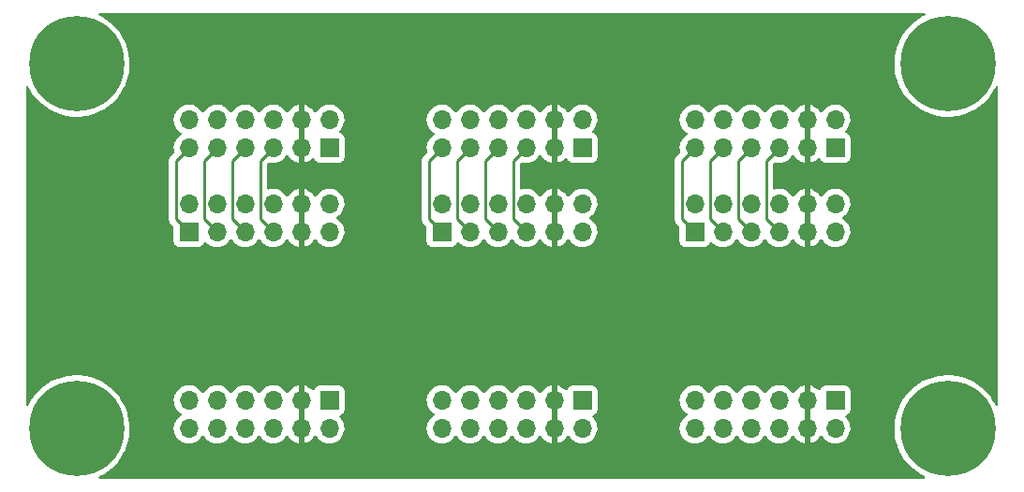
<source format=gbr>
%TF.GenerationSoftware,KiCad,Pcbnew,(6.0.5)*%
%TF.CreationDate,2022-05-29T15:24:28+02:00*%
%TF.ProjectId,pmod_peripheral,706d6f64-5f70-4657-9269-70686572616c,rev?*%
%TF.SameCoordinates,Original*%
%TF.FileFunction,Copper,L2,Bot*%
%TF.FilePolarity,Positive*%
%FSLAX46Y46*%
G04 Gerber Fmt 4.6, Leading zero omitted, Abs format (unit mm)*
G04 Created by KiCad (PCBNEW (6.0.5)) date 2022-05-29 15:24:28*
%MOMM*%
%LPD*%
G01*
G04 APERTURE LIST*
%TA.AperFunction,ComponentPad*%
%ADD10R,1.700000X1.700000*%
%TD*%
%TA.AperFunction,ComponentPad*%
%ADD11O,1.700000X1.700000*%
%TD*%
%TA.AperFunction,ComponentPad*%
%ADD12C,0.900000*%
%TD*%
%TA.AperFunction,ComponentPad*%
%ADD13C,8.600000*%
%TD*%
%TA.AperFunction,Conductor*%
%ADD14C,0.250000*%
%TD*%
G04 APERTURE END LIST*
D10*
%TO.P,PMOD2,1,Pin_1*%
%TO.N,VCC*%
X99060000Y-83820000D03*
D11*
%TO.P,PMOD2,2,Pin_2*%
X99060000Y-86360000D03*
%TO.P,PMOD2,3,Pin_3*%
%TO.N,GND*%
X96520000Y-83820000D03*
%TO.P,PMOD2,4,Pin_4*%
X96520000Y-86360000D03*
%TO.P,PMOD2,5,Pin_5*%
%TO.N,PMOD_SPI_SCK*%
X93980000Y-83820000D03*
%TO.P,PMOD2,6,Pin_6*%
%TO.N,PMOD_SPI_GPIO4_CS3*%
X93980000Y-86360000D03*
%TO.P,PMOD2,7,Pin_7*%
%TO.N,PMOD_SPI_MISO*%
X91440000Y-83820000D03*
%TO.P,PMOD2,8,Pin_8*%
%TO.N,PMOD_SPI_GPIO3_CS2*%
X91440000Y-86360000D03*
%TO.P,PMOD2,9,Pin_9*%
%TO.N,PMOD_SPI_MOSI*%
X88900000Y-83820000D03*
%TO.P,PMOD2,10,Pin_10*%
%TO.N,PMOD_SPI_GPIO2_RESET*%
X88900000Y-86360000D03*
%TO.P,PMOD2,11,Pin_11*%
%TO.N,PMOD_SPI_CS*%
X86360000Y-83820000D03*
%TO.P,PMOD2,12,Pin_12*%
%TO.N,PMOD_SPI_GPIO1_INT*%
X86360000Y-86360000D03*
%TD*%
D10*
%TO.P,PMOD3,1,Pin_1*%
%TO.N,VCC*%
X121920000Y-83820000D03*
D11*
%TO.P,PMOD3,2,Pin_2*%
X121920000Y-86360000D03*
%TO.P,PMOD3,3,Pin_3*%
%TO.N,GND*%
X119380000Y-83820000D03*
%TO.P,PMOD3,4,Pin_4*%
X119380000Y-86360000D03*
%TO.P,PMOD3,5,Pin_5*%
%TO.N,PMOD_UART_RTS*%
X116840000Y-83820000D03*
%TO.P,PMOD3,6,Pin_6*%
%TO.N,PMOD_UART_GPIO4*%
X116840000Y-86360000D03*
%TO.P,PMOD3,7,Pin_7*%
%TO.N,PMOD_UART_RXD*%
X114300000Y-83820000D03*
%TO.P,PMOD3,8,Pin_8*%
%TO.N,PMOD_UART_GPIO3*%
X114300000Y-86360000D03*
%TO.P,PMOD3,9,Pin_9*%
%TO.N,PMOD_UART_TXD*%
X111760000Y-83820000D03*
%TO.P,PMOD3,10,Pin_10*%
%TO.N,PMOD_UART_GPIO2_RESET*%
X111760000Y-86360000D03*
%TO.P,PMOD3,11,Pin_11*%
%TO.N,PMOD_UART_CTS*%
X109220000Y-83820000D03*
%TO.P,PMOD3,12,Pin_12*%
%TO.N,PMOD_UART_GPIO1_INT*%
X109220000Y-86360000D03*
%TD*%
D10*
%TO.P,PMOD1,1,Pin_1*%
%TO.N,VCC*%
X76200000Y-83820000D03*
D11*
%TO.P,PMOD1,2,Pin_2*%
X76200000Y-86360000D03*
%TO.P,PMOD1,3,Pin_3*%
%TO.N,GND*%
X73660000Y-83820000D03*
%TO.P,PMOD1,4,Pin_4*%
X73660000Y-86360000D03*
%TO.P,PMOD1,5,Pin_5*%
%TO.N,PMOD_I2C_SDA*%
X71120000Y-83820000D03*
%TO.P,PMOD1,6,Pin_6*%
%TO.N,PMOD_I2C_GPIO4*%
X71120000Y-86360000D03*
%TO.P,PMOD1,7,Pin_7*%
%TO.N,PMOD_I2C_SCL*%
X68580000Y-83820000D03*
%TO.P,PMOD1,8,Pin_8*%
%TO.N,PMOD_I2C_GPIO3*%
X68580000Y-86360000D03*
%TO.P,PMOD1,9,Pin_9*%
%TO.N,PMOD_I2C_RESET*%
X66040000Y-83820000D03*
%TO.P,PMOD1,10,Pin_10*%
%TO.N,PMOD_I2C_GPIO2*%
X66040000Y-86360000D03*
%TO.P,PMOD1,11,Pin_11*%
%TO.N,PMOD_I2C_INT*%
X63500000Y-83820000D03*
%TO.P,PMOD1,12,Pin_12*%
%TO.N,PMOD_I2C_GPIO1*%
X63500000Y-86360000D03*
%TD*%
D10*
%TO.P,J4,1,Pin_1*%
%TO.N,PMOD_I2C_INT*%
X63500000Y-68580000D03*
D11*
%TO.P,J4,2,Pin_2*%
%TO.N,PMOD_I2C_GPIO1*%
X63500000Y-66040000D03*
%TO.P,J4,3,Pin_3*%
%TO.N,PMOD_I2C_RESET*%
X66040000Y-68580000D03*
%TO.P,J4,4,Pin_4*%
%TO.N,PMOD_I2C_GPIO2*%
X66040000Y-66040000D03*
%TO.P,J4,5,Pin_5*%
%TO.N,PMOD_I2C_SCL*%
X68580000Y-68580000D03*
%TO.P,J4,6,Pin_6*%
%TO.N,PMOD_I2C_GPIO3*%
X68580000Y-66040000D03*
%TO.P,J4,7,Pin_7*%
%TO.N,PMOD_I2C_SDA*%
X71120000Y-68580000D03*
%TO.P,J4,8,Pin_8*%
%TO.N,PMOD_I2C_GPIO4*%
X71120000Y-66040000D03*
%TO.P,J4,9,Pin_9*%
%TO.N,GND*%
X73660000Y-68580000D03*
%TO.P,J4,10,Pin_10*%
X73660000Y-66040000D03*
%TO.P,J4,11,Pin_11*%
%TO.N,VCC*%
X76200000Y-68580000D03*
%TO.P,J4,12,Pin_12*%
X76200000Y-66040000D03*
%TD*%
D10*
%TO.P,J5,1,Pin_1*%
%TO.N,PMOD_SPI_CS*%
X86360000Y-68580000D03*
D11*
%TO.P,J5,2,Pin_2*%
%TO.N,PMOD_SPI_GPIO1_INT*%
X86360000Y-66040000D03*
%TO.P,J5,3,Pin_3*%
%TO.N,PMOD_SPI_MOSI*%
X88900000Y-68580000D03*
%TO.P,J5,4,Pin_4*%
%TO.N,PMOD_SPI_GPIO2_RESET*%
X88900000Y-66040000D03*
%TO.P,J5,5,Pin_5*%
%TO.N,PMOD_SPI_MISO*%
X91440000Y-68580000D03*
%TO.P,J5,6,Pin_6*%
%TO.N,PMOD_SPI_GPIO3_CS2*%
X91440000Y-66040000D03*
%TO.P,J5,7,Pin_7*%
%TO.N,PMOD_SPI_SCK*%
X93980000Y-68580000D03*
%TO.P,J5,8,Pin_8*%
%TO.N,PMOD_SPI_GPIO4_CS3*%
X93980000Y-66040000D03*
%TO.P,J5,9,Pin_9*%
%TO.N,GND*%
X96520000Y-68580000D03*
%TO.P,J5,10,Pin_10*%
X96520000Y-66040000D03*
%TO.P,J5,11,Pin_11*%
%TO.N,VCC*%
X99060000Y-68580000D03*
%TO.P,J5,12,Pin_12*%
X99060000Y-66040000D03*
%TD*%
D10*
%TO.P,J6,1,Pin_1*%
%TO.N,PMOD_UART_CTS*%
X109220000Y-68580000D03*
D11*
%TO.P,J6,2,Pin_2*%
%TO.N,PMOD_UART_GPIO1_INT*%
X109220000Y-66040000D03*
%TO.P,J6,3,Pin_3*%
%TO.N,PMOD_UART_TXD*%
X111760000Y-68580000D03*
%TO.P,J6,4,Pin_4*%
%TO.N,PMOD_UART_GPIO2_RESET*%
X111760000Y-66040000D03*
%TO.P,J6,5,Pin_5*%
%TO.N,PMOD_UART_RXD*%
X114300000Y-68580000D03*
%TO.P,J6,6,Pin_6*%
%TO.N,PMOD_UART_GPIO3*%
X114300000Y-66040000D03*
%TO.P,J6,7,Pin_7*%
%TO.N,PMOD_UART_RTS*%
X116840000Y-68580000D03*
%TO.P,J6,8,Pin_8*%
%TO.N,PMOD_UART_GPIO4*%
X116840000Y-66040000D03*
%TO.P,J6,9,Pin_9*%
%TO.N,GND*%
X119380000Y-68580000D03*
%TO.P,J6,10,Pin_10*%
X119380000Y-66040000D03*
%TO.P,J6,11,Pin_11*%
%TO.N,VCC*%
X121920000Y-68580000D03*
%TO.P,J6,12,Pin_12*%
X121920000Y-66040000D03*
%TD*%
D12*
%TO.P,H3,1*%
%TO.N,N/C*%
X55620419Y-84079581D03*
X50115000Y-86360000D03*
X56565000Y-86360000D03*
X55620419Y-88640419D03*
X51059581Y-88640419D03*
X53340000Y-83135000D03*
X51059581Y-84079581D03*
X53340000Y-89585000D03*
D13*
X53340000Y-86360000D03*
%TD*%
D12*
%TO.P,H1,1*%
%TO.N,N/C*%
X53340000Y-56565000D03*
X50115000Y-53340000D03*
X51059581Y-51059581D03*
X56565000Y-53340000D03*
D13*
X53340000Y-53340000D03*
D12*
X53340000Y-50115000D03*
X51059581Y-55620419D03*
X55620419Y-55620419D03*
X55620419Y-51059581D03*
%TD*%
D10*
%TO.P,PMOD4,1,Pin_1*%
%TO.N,VCC*%
X76200000Y-60960000D03*
D11*
%TO.P,PMOD4,2,Pin_2*%
X76200000Y-58420000D03*
%TO.P,PMOD4,3,Pin_3*%
%TO.N,GND*%
X73660000Y-60960000D03*
%TO.P,PMOD4,4,Pin_4*%
X73660000Y-58420000D03*
%TO.P,PMOD4,5,Pin_5*%
%TO.N,PMOD_I2C_SDA*%
X71120000Y-60960000D03*
%TO.P,PMOD4,6,Pin_6*%
%TO.N,PMOD_I2C_GPIO4*%
X71120000Y-58420000D03*
%TO.P,PMOD4,7,Pin_7*%
%TO.N,PMOD_I2C_SCL*%
X68580000Y-60960000D03*
%TO.P,PMOD4,8,Pin_8*%
%TO.N,PMOD_I2C_GPIO3*%
X68580000Y-58420000D03*
%TO.P,PMOD4,9,Pin_9*%
%TO.N,PMOD_I2C_RESET*%
X66040000Y-60960000D03*
%TO.P,PMOD4,10,Pin_10*%
%TO.N,PMOD_I2C_GPIO2*%
X66040000Y-58420000D03*
%TO.P,PMOD4,11,Pin_11*%
%TO.N,PMOD_I2C_INT*%
X63500000Y-60960000D03*
%TO.P,PMOD4,12,Pin_12*%
%TO.N,PMOD_I2C_GPIO1*%
X63500000Y-58420000D03*
%TD*%
D12*
%TO.P,H4,1*%
%TO.N,N/C*%
X132080000Y-89585000D03*
X134360419Y-84079581D03*
X132080000Y-83135000D03*
D13*
X132080000Y-86360000D03*
D12*
X129799581Y-88640419D03*
X128855000Y-86360000D03*
X135305000Y-86360000D03*
X129799581Y-84079581D03*
X134360419Y-88640419D03*
%TD*%
D10*
%TO.P,PMOD5,1,Pin_1*%
%TO.N,VCC*%
X99060000Y-60960000D03*
D11*
%TO.P,PMOD5,2,Pin_2*%
X99060000Y-58420000D03*
%TO.P,PMOD5,3,Pin_3*%
%TO.N,GND*%
X96520000Y-60960000D03*
%TO.P,PMOD5,4,Pin_4*%
X96520000Y-58420000D03*
%TO.P,PMOD5,5,Pin_5*%
%TO.N,PMOD_SPI_SCK*%
X93980000Y-60960000D03*
%TO.P,PMOD5,6,Pin_6*%
%TO.N,PMOD_SPI_GPIO4_CS3*%
X93980000Y-58420000D03*
%TO.P,PMOD5,7,Pin_7*%
%TO.N,PMOD_SPI_MISO*%
X91440000Y-60960000D03*
%TO.P,PMOD5,8,Pin_8*%
%TO.N,PMOD_SPI_GPIO3_CS2*%
X91440000Y-58420000D03*
%TO.P,PMOD5,9,Pin_9*%
%TO.N,PMOD_SPI_MOSI*%
X88900000Y-60960000D03*
%TO.P,PMOD5,10,Pin_10*%
%TO.N,PMOD_SPI_GPIO2_RESET*%
X88900000Y-58420000D03*
%TO.P,PMOD5,11,Pin_11*%
%TO.N,PMOD_SPI_CS*%
X86360000Y-60960000D03*
%TO.P,PMOD5,12,Pin_12*%
%TO.N,PMOD_SPI_GPIO1_INT*%
X86360000Y-58420000D03*
%TD*%
D10*
%TO.P,PMOD6,1,Pin_1*%
%TO.N,VCC*%
X121920000Y-60960000D03*
D11*
%TO.P,PMOD6,2,Pin_2*%
X121920000Y-58420000D03*
%TO.P,PMOD6,3,Pin_3*%
%TO.N,GND*%
X119380000Y-60960000D03*
%TO.P,PMOD6,4,Pin_4*%
X119380000Y-58420000D03*
%TO.P,PMOD6,5,Pin_5*%
%TO.N,PMOD_UART_RTS*%
X116840000Y-60960000D03*
%TO.P,PMOD6,6,Pin_6*%
%TO.N,PMOD_UART_GPIO4*%
X116840000Y-58420000D03*
%TO.P,PMOD6,7,Pin_7*%
%TO.N,PMOD_UART_RXD*%
X114300000Y-60960000D03*
%TO.P,PMOD6,8,Pin_8*%
%TO.N,PMOD_UART_GPIO3*%
X114300000Y-58420000D03*
%TO.P,PMOD6,9,Pin_9*%
%TO.N,PMOD_UART_TXD*%
X111760000Y-60960000D03*
%TO.P,PMOD6,10,Pin_10*%
%TO.N,PMOD_UART_GPIO2_RESET*%
X111760000Y-58420000D03*
%TO.P,PMOD6,11,Pin_11*%
%TO.N,PMOD_UART_CTS*%
X109220000Y-60960000D03*
%TO.P,PMOD6,12,Pin_12*%
%TO.N,PMOD_UART_GPIO1_INT*%
X109220000Y-58420000D03*
%TD*%
D12*
%TO.P,H2,1*%
%TO.N,N/C*%
X132080000Y-56565000D03*
X135305000Y-53340000D03*
D13*
X132080000Y-53340000D03*
D12*
X134360419Y-51059581D03*
X129799581Y-55620419D03*
X128855000Y-53340000D03*
X129799581Y-51059581D03*
X134360419Y-55620419D03*
X132080000Y-50115000D03*
%TD*%
D14*
%TO.N,PMOD_UART_RTS*%
X115665489Y-67405489D02*
X116840000Y-68580000D01*
X116840000Y-60960000D02*
X115665489Y-62134511D01*
X115665489Y-62134511D02*
X115665489Y-67405489D01*
%TO.N,PMOD_UART_RXD*%
X113125489Y-62134511D02*
X113125489Y-67405489D01*
X113125489Y-67405489D02*
X114300000Y-68580000D01*
X114300000Y-60960000D02*
X113125489Y-62134511D01*
%TO.N,PMOD_UART_TXD*%
X111760000Y-60960000D02*
X110585489Y-62134511D01*
X110585489Y-67405489D02*
X111760000Y-68580000D01*
X110585489Y-62134511D02*
X110585489Y-67405489D01*
%TO.N,PMOD_UART_CTS*%
X109220000Y-60960000D02*
X108045489Y-62134511D01*
X108045489Y-62134511D02*
X108045489Y-67405489D01*
X108045489Y-67405489D02*
X109220000Y-68580000D01*
%TO.N,PMOD_SPI_SCK*%
X92805489Y-62134511D02*
X92805489Y-67405489D01*
X93980000Y-60960000D02*
X92805489Y-62134511D01*
X92805489Y-67405489D02*
X93980000Y-68580000D01*
%TO.N,PMOD_SPI_MOSI*%
X87725489Y-67405489D02*
X88900000Y-68580000D01*
X87725489Y-62134511D02*
X87725489Y-67405489D01*
X88900000Y-60960000D02*
X87725489Y-62134511D01*
%TO.N,PMOD_SPI_MISO*%
X90265489Y-62134511D02*
X90265489Y-67405489D01*
X90265489Y-67405489D02*
X91440000Y-68580000D01*
X91440000Y-60960000D02*
X90265489Y-62134511D01*
%TO.N,PMOD_SPI_CS*%
X85185489Y-67405489D02*
X86360000Y-68580000D01*
X85185489Y-62134511D02*
X85185489Y-67405489D01*
X86360000Y-60960000D02*
X85185489Y-62134511D01*
%TO.N,PMOD_I2C_SDA*%
X69945489Y-62134511D02*
X69945489Y-67405489D01*
X71120000Y-60960000D02*
X69945489Y-62134511D01*
X69945489Y-67405489D02*
X71120000Y-68580000D01*
%TO.N,PMOD_I2C_SCL*%
X67405489Y-67405489D02*
X68580000Y-68580000D01*
X67405489Y-62134511D02*
X67405489Y-67405489D01*
X68580000Y-60960000D02*
X67405489Y-62134511D01*
%TO.N,PMOD_I2C_RESET*%
X64865489Y-67405489D02*
X66040000Y-68580000D01*
X64865489Y-62134511D02*
X64865489Y-67405489D01*
X66040000Y-60960000D02*
X64865489Y-62134511D01*
%TO.N,PMOD_I2C_INT*%
X62325489Y-62134511D02*
X62325489Y-67405489D01*
X63500000Y-60960000D02*
X62325489Y-62134511D01*
X62325489Y-67405489D02*
X63500000Y-68580000D01*
%TD*%
%TA.AperFunction,Conductor*%
%TO.N,GND*%
G36*
X130004543Y-48788502D02*
G01*
X130051036Y-48842158D01*
X130061140Y-48912432D01*
X130031646Y-48977012D01*
X129989173Y-49008926D01*
X129872361Y-49062777D01*
X129500880Y-49275957D01*
X129498577Y-49277566D01*
X129498570Y-49277571D01*
X129152129Y-49519701D01*
X129149820Y-49521315D01*
X128821961Y-49796909D01*
X128519899Y-50100557D01*
X128246025Y-50429855D01*
X128002508Y-50782194D01*
X127791276Y-51154786D01*
X127614002Y-51544680D01*
X127613080Y-51547306D01*
X127613075Y-51547318D01*
X127573633Y-51659634D01*
X127472089Y-51948790D01*
X127366661Y-52363914D01*
X127298552Y-52786768D01*
X127268302Y-53214001D01*
X127276151Y-53642233D01*
X127322036Y-54068071D01*
X127405594Y-54488144D01*
X127526163Y-54899127D01*
X127527190Y-54901740D01*
X127527190Y-54901741D01*
X127665651Y-55254145D01*
X127682789Y-55297765D01*
X127741316Y-55414896D01*
X127852161Y-55636731D01*
X127874231Y-55680901D01*
X128098974Y-56045502D01*
X128355239Y-56388682D01*
X128357100Y-56390760D01*
X128357101Y-56390761D01*
X128639127Y-56705637D01*
X128639133Y-56705643D01*
X128640995Y-56707722D01*
X128953981Y-57000098D01*
X129291719Y-57263493D01*
X129651533Y-57495822D01*
X129654012Y-57497126D01*
X129654015Y-57497128D01*
X130028077Y-57693932D01*
X130028083Y-57693935D01*
X130030577Y-57695247D01*
X130033175Y-57696331D01*
X130033179Y-57696333D01*
X130423263Y-57859109D01*
X130423268Y-57859111D01*
X130425847Y-57860187D01*
X130428512Y-57861030D01*
X130428518Y-57861032D01*
X130650561Y-57931254D01*
X130834214Y-57989336D01*
X131252446Y-58081673D01*
X131255220Y-58082031D01*
X131255221Y-58082031D01*
X131674460Y-58136109D01*
X131674467Y-58136110D01*
X131677230Y-58136466D01*
X131680017Y-58136576D01*
X131680023Y-58136576D01*
X131928238Y-58146328D01*
X132105203Y-58153281D01*
X132107995Y-58153142D01*
X132108000Y-58153142D01*
X132530172Y-58132125D01*
X132530181Y-58132124D01*
X132532976Y-58131985D01*
X132535753Y-58131597D01*
X132535755Y-58131597D01*
X132610066Y-58121219D01*
X132957163Y-58072747D01*
X133374404Y-57976036D01*
X133588307Y-57905915D01*
X133778744Y-57843487D01*
X133778750Y-57843485D01*
X133781397Y-57842617D01*
X134174918Y-57673547D01*
X134551852Y-57470164D01*
X134909214Y-57234080D01*
X135244175Y-56967162D01*
X135554082Y-56671525D01*
X135555919Y-56669431D01*
X135555927Y-56669422D01*
X135834635Y-56351616D01*
X135836482Y-56349510D01*
X136089139Y-56003666D01*
X136090585Y-56001265D01*
X136308601Y-55639142D01*
X136308606Y-55639133D01*
X136310052Y-55636731D01*
X136412204Y-55426823D01*
X136459998Y-55374323D01*
X136528588Y-55355997D01*
X136596198Y-55377663D01*
X136641362Y-55432442D01*
X136651500Y-55481959D01*
X136651500Y-84209490D01*
X136631498Y-84277611D01*
X136577842Y-84324104D01*
X136507568Y-84334208D01*
X136442988Y-84304714D01*
X136414300Y-84268740D01*
X136362939Y-84172347D01*
X136223050Y-83909807D01*
X136139289Y-83781562D01*
X135990381Y-83553573D01*
X135990378Y-83553569D01*
X135988840Y-83551214D01*
X135723680Y-83214860D01*
X135481881Y-82958717D01*
X135431596Y-82905449D01*
X135431593Y-82905446D01*
X135429670Y-82903409D01*
X135427579Y-82901556D01*
X135427571Y-82901548D01*
X135111237Y-82621188D01*
X135111235Y-82621186D01*
X135109137Y-82619327D01*
X135101816Y-82613919D01*
X134953376Y-82504280D01*
X134764621Y-82364863D01*
X134571733Y-82247355D01*
X134401237Y-82143487D01*
X134401230Y-82143483D01*
X134398848Y-82142032D01*
X134281514Y-82084169D01*
X134017228Y-81953838D01*
X134014714Y-81952598D01*
X133615262Y-81798062D01*
X133368678Y-81727122D01*
X133206335Y-81680417D01*
X133206329Y-81680415D01*
X133203654Y-81679646D01*
X133200917Y-81679117D01*
X133200911Y-81679115D01*
X133055828Y-81651046D01*
X132783148Y-81598289D01*
X132780374Y-81598005D01*
X132780362Y-81598003D01*
X132497111Y-81568982D01*
X132357076Y-81554634D01*
X132354286Y-81554597D01*
X132354278Y-81554597D01*
X132086825Y-81551096D01*
X131928809Y-81549028D01*
X131926009Y-81549241D01*
X131926008Y-81549241D01*
X131851364Y-81554919D01*
X131501740Y-81581514D01*
X131079249Y-81651836D01*
X130993671Y-81674048D01*
X130667400Y-81758731D01*
X130667389Y-81758734D01*
X130664682Y-81759437D01*
X130406575Y-81851599D01*
X130263964Y-81902520D01*
X130263959Y-81902522D01*
X130261321Y-81903464D01*
X130258781Y-81904635D01*
X130258776Y-81904637D01*
X130156930Y-81951589D01*
X129872361Y-82082777D01*
X129500880Y-82295957D01*
X129498577Y-82297566D01*
X129498570Y-82297571D01*
X129173491Y-82524771D01*
X129149820Y-82541315D01*
X128821961Y-82816909D01*
X128519899Y-83120557D01*
X128246025Y-83449855D01*
X128244431Y-83452162D01*
X128244429Y-83452164D01*
X128009657Y-83791851D01*
X128002508Y-83802194D01*
X127791276Y-84174786D01*
X127614002Y-84564680D01*
X127613080Y-84567306D01*
X127613075Y-84567318D01*
X127532458Y-84796883D01*
X127472089Y-84968790D01*
X127471398Y-84971510D01*
X127471397Y-84971514D01*
X127371087Y-85366488D01*
X127366661Y-85383914D01*
X127298552Y-85806768D01*
X127268302Y-86234001D01*
X127276151Y-86662233D01*
X127322036Y-87088071D01*
X127405594Y-87508144D01*
X127526163Y-87919127D01*
X127527190Y-87921740D01*
X127527190Y-87921741D01*
X127665651Y-88274145D01*
X127682789Y-88317765D01*
X127741316Y-88434896D01*
X127852161Y-88656731D01*
X127874231Y-88700901D01*
X128098974Y-89065502D01*
X128355239Y-89408682D01*
X128357100Y-89410760D01*
X128357101Y-89410761D01*
X128639127Y-89725637D01*
X128639133Y-89725643D01*
X128640995Y-89727722D01*
X128953981Y-90020098D01*
X129291719Y-90283493D01*
X129651533Y-90515822D01*
X129654012Y-90517126D01*
X129654015Y-90517128D01*
X129990178Y-90693992D01*
X130041151Y-90743411D01*
X130057314Y-90812544D01*
X130033535Y-90879440D01*
X129977364Y-90922860D01*
X129931511Y-90931500D01*
X55492547Y-90931500D01*
X55424426Y-90911498D01*
X55377933Y-90857842D01*
X55367829Y-90787568D01*
X55397323Y-90722988D01*
X55435166Y-90694006D01*
X55434918Y-90693547D01*
X55811852Y-90490164D01*
X56169214Y-90254080D01*
X56504175Y-89987162D01*
X56814082Y-89691525D01*
X56815919Y-89689431D01*
X56815927Y-89689422D01*
X57094635Y-89371616D01*
X57096482Y-89369510D01*
X57349139Y-89023666D01*
X57350585Y-89021265D01*
X57568601Y-88659142D01*
X57568606Y-88659133D01*
X57570052Y-88656731D01*
X57705551Y-88378299D01*
X57756238Y-88274145D01*
X57756239Y-88274142D01*
X57757471Y-88271611D01*
X57890724Y-87921741D01*
X57908918Y-87873971D01*
X57908920Y-87873964D01*
X57909914Y-87871355D01*
X58026173Y-87459132D01*
X58026689Y-87456389D01*
X58104811Y-87040954D01*
X58104813Y-87040942D01*
X58105327Y-87038207D01*
X58146750Y-86611911D01*
X58148514Y-86544547D01*
X58153289Y-86362234D01*
X58153289Y-86362220D01*
X58153347Y-86360000D01*
X58151864Y-86326695D01*
X62137251Y-86326695D01*
X62137548Y-86331848D01*
X62137548Y-86331851D01*
X62143011Y-86426590D01*
X62150110Y-86549715D01*
X62151247Y-86554761D01*
X62151248Y-86554767D01*
X62171119Y-86642939D01*
X62199222Y-86767639D01*
X62283266Y-86974616D01*
X62323918Y-87040954D01*
X62397291Y-87160688D01*
X62399987Y-87165088D01*
X62546250Y-87333938D01*
X62718126Y-87476632D01*
X62911000Y-87589338D01*
X63119692Y-87669030D01*
X63124760Y-87670061D01*
X63124763Y-87670062D01*
X63219862Y-87689410D01*
X63338597Y-87713567D01*
X63343772Y-87713757D01*
X63343774Y-87713757D01*
X63556673Y-87721564D01*
X63556677Y-87721564D01*
X63561837Y-87721753D01*
X63566957Y-87721097D01*
X63566959Y-87721097D01*
X63778288Y-87694025D01*
X63778289Y-87694025D01*
X63783416Y-87693368D01*
X63788366Y-87691883D01*
X63992429Y-87630661D01*
X63992434Y-87630659D01*
X63997384Y-87629174D01*
X64197994Y-87530896D01*
X64379860Y-87401173D01*
X64538096Y-87243489D01*
X64597594Y-87160689D01*
X64668453Y-87062077D01*
X64669776Y-87063028D01*
X64716645Y-87019857D01*
X64786580Y-87007625D01*
X64852026Y-87035144D01*
X64879875Y-87066994D01*
X64939987Y-87165088D01*
X65086250Y-87333938D01*
X65258126Y-87476632D01*
X65451000Y-87589338D01*
X65659692Y-87669030D01*
X65664760Y-87670061D01*
X65664763Y-87670062D01*
X65759862Y-87689410D01*
X65878597Y-87713567D01*
X65883772Y-87713757D01*
X65883774Y-87713757D01*
X66096673Y-87721564D01*
X66096677Y-87721564D01*
X66101837Y-87721753D01*
X66106957Y-87721097D01*
X66106959Y-87721097D01*
X66318288Y-87694025D01*
X66318289Y-87694025D01*
X66323416Y-87693368D01*
X66328366Y-87691883D01*
X66532429Y-87630661D01*
X66532434Y-87630659D01*
X66537384Y-87629174D01*
X66737994Y-87530896D01*
X66919860Y-87401173D01*
X67078096Y-87243489D01*
X67137594Y-87160689D01*
X67208453Y-87062077D01*
X67209776Y-87063028D01*
X67256645Y-87019857D01*
X67326580Y-87007625D01*
X67392026Y-87035144D01*
X67419875Y-87066994D01*
X67479987Y-87165088D01*
X67626250Y-87333938D01*
X67798126Y-87476632D01*
X67991000Y-87589338D01*
X68199692Y-87669030D01*
X68204760Y-87670061D01*
X68204763Y-87670062D01*
X68299862Y-87689410D01*
X68418597Y-87713567D01*
X68423772Y-87713757D01*
X68423774Y-87713757D01*
X68636673Y-87721564D01*
X68636677Y-87721564D01*
X68641837Y-87721753D01*
X68646957Y-87721097D01*
X68646959Y-87721097D01*
X68858288Y-87694025D01*
X68858289Y-87694025D01*
X68863416Y-87693368D01*
X68868366Y-87691883D01*
X69072429Y-87630661D01*
X69072434Y-87630659D01*
X69077384Y-87629174D01*
X69277994Y-87530896D01*
X69459860Y-87401173D01*
X69618096Y-87243489D01*
X69677594Y-87160689D01*
X69748453Y-87062077D01*
X69749776Y-87063028D01*
X69796645Y-87019857D01*
X69866580Y-87007625D01*
X69932026Y-87035144D01*
X69959875Y-87066994D01*
X70019987Y-87165088D01*
X70166250Y-87333938D01*
X70338126Y-87476632D01*
X70531000Y-87589338D01*
X70739692Y-87669030D01*
X70744760Y-87670061D01*
X70744763Y-87670062D01*
X70839862Y-87689410D01*
X70958597Y-87713567D01*
X70963772Y-87713757D01*
X70963774Y-87713757D01*
X71176673Y-87721564D01*
X71176677Y-87721564D01*
X71181837Y-87721753D01*
X71186957Y-87721097D01*
X71186959Y-87721097D01*
X71398288Y-87694025D01*
X71398289Y-87694025D01*
X71403416Y-87693368D01*
X71408366Y-87691883D01*
X71612429Y-87630661D01*
X71612434Y-87630659D01*
X71617384Y-87629174D01*
X71817994Y-87530896D01*
X71999860Y-87401173D01*
X72158096Y-87243489D01*
X72217594Y-87160689D01*
X72288453Y-87062077D01*
X72289640Y-87062930D01*
X72336960Y-87019362D01*
X72406897Y-87007145D01*
X72472338Y-87034678D01*
X72500166Y-87066511D01*
X72557694Y-87160388D01*
X72563777Y-87168699D01*
X72703213Y-87329667D01*
X72710580Y-87336883D01*
X72874434Y-87472916D01*
X72882881Y-87478831D01*
X73066756Y-87586279D01*
X73076042Y-87590729D01*
X73275001Y-87666703D01*
X73284899Y-87669579D01*
X73388250Y-87690606D01*
X73402299Y-87689410D01*
X73406000Y-87679065D01*
X73406000Y-87678517D01*
X73914000Y-87678517D01*
X73918064Y-87692359D01*
X73931478Y-87694393D01*
X73938184Y-87693534D01*
X73948262Y-87691392D01*
X74152255Y-87630191D01*
X74161842Y-87626433D01*
X74353095Y-87532739D01*
X74361945Y-87527464D01*
X74535328Y-87403792D01*
X74543200Y-87397139D01*
X74694052Y-87246812D01*
X74700730Y-87238965D01*
X74828022Y-87061819D01*
X74829279Y-87062722D01*
X74876373Y-87019362D01*
X74946311Y-87007145D01*
X75011751Y-87034678D01*
X75039579Y-87066511D01*
X75099987Y-87165088D01*
X75246250Y-87333938D01*
X75418126Y-87476632D01*
X75611000Y-87589338D01*
X75819692Y-87669030D01*
X75824760Y-87670061D01*
X75824763Y-87670062D01*
X75919862Y-87689410D01*
X76038597Y-87713567D01*
X76043772Y-87713757D01*
X76043774Y-87713757D01*
X76256673Y-87721564D01*
X76256677Y-87721564D01*
X76261837Y-87721753D01*
X76266957Y-87721097D01*
X76266959Y-87721097D01*
X76478288Y-87694025D01*
X76478289Y-87694025D01*
X76483416Y-87693368D01*
X76488366Y-87691883D01*
X76692429Y-87630661D01*
X76692434Y-87630659D01*
X76697384Y-87629174D01*
X76897994Y-87530896D01*
X77079860Y-87401173D01*
X77238096Y-87243489D01*
X77297594Y-87160689D01*
X77365435Y-87066277D01*
X77368453Y-87062077D01*
X77381995Y-87034678D01*
X77465136Y-86866453D01*
X77465137Y-86866451D01*
X77467430Y-86861811D01*
X77532370Y-86648069D01*
X77561529Y-86426590D01*
X77563156Y-86360000D01*
X77560418Y-86326695D01*
X84997251Y-86326695D01*
X84997548Y-86331848D01*
X84997548Y-86331851D01*
X85003011Y-86426590D01*
X85010110Y-86549715D01*
X85011247Y-86554761D01*
X85011248Y-86554767D01*
X85031119Y-86642939D01*
X85059222Y-86767639D01*
X85143266Y-86974616D01*
X85183918Y-87040954D01*
X85257291Y-87160688D01*
X85259987Y-87165088D01*
X85406250Y-87333938D01*
X85578126Y-87476632D01*
X85771000Y-87589338D01*
X85979692Y-87669030D01*
X85984760Y-87670061D01*
X85984763Y-87670062D01*
X86079862Y-87689410D01*
X86198597Y-87713567D01*
X86203772Y-87713757D01*
X86203774Y-87713757D01*
X86416673Y-87721564D01*
X86416677Y-87721564D01*
X86421837Y-87721753D01*
X86426957Y-87721097D01*
X86426959Y-87721097D01*
X86638288Y-87694025D01*
X86638289Y-87694025D01*
X86643416Y-87693368D01*
X86648366Y-87691883D01*
X86852429Y-87630661D01*
X86852434Y-87630659D01*
X86857384Y-87629174D01*
X87057994Y-87530896D01*
X87239860Y-87401173D01*
X87398096Y-87243489D01*
X87457594Y-87160689D01*
X87528453Y-87062077D01*
X87529776Y-87063028D01*
X87576645Y-87019857D01*
X87646580Y-87007625D01*
X87712026Y-87035144D01*
X87739875Y-87066994D01*
X87799987Y-87165088D01*
X87946250Y-87333938D01*
X88118126Y-87476632D01*
X88311000Y-87589338D01*
X88519692Y-87669030D01*
X88524760Y-87670061D01*
X88524763Y-87670062D01*
X88619862Y-87689410D01*
X88738597Y-87713567D01*
X88743772Y-87713757D01*
X88743774Y-87713757D01*
X88956673Y-87721564D01*
X88956677Y-87721564D01*
X88961837Y-87721753D01*
X88966957Y-87721097D01*
X88966959Y-87721097D01*
X89178288Y-87694025D01*
X89178289Y-87694025D01*
X89183416Y-87693368D01*
X89188366Y-87691883D01*
X89392429Y-87630661D01*
X89392434Y-87630659D01*
X89397384Y-87629174D01*
X89597994Y-87530896D01*
X89779860Y-87401173D01*
X89938096Y-87243489D01*
X89997594Y-87160689D01*
X90068453Y-87062077D01*
X90069776Y-87063028D01*
X90116645Y-87019857D01*
X90186580Y-87007625D01*
X90252026Y-87035144D01*
X90279875Y-87066994D01*
X90339987Y-87165088D01*
X90486250Y-87333938D01*
X90658126Y-87476632D01*
X90851000Y-87589338D01*
X91059692Y-87669030D01*
X91064760Y-87670061D01*
X91064763Y-87670062D01*
X91159862Y-87689410D01*
X91278597Y-87713567D01*
X91283772Y-87713757D01*
X91283774Y-87713757D01*
X91496673Y-87721564D01*
X91496677Y-87721564D01*
X91501837Y-87721753D01*
X91506957Y-87721097D01*
X91506959Y-87721097D01*
X91718288Y-87694025D01*
X91718289Y-87694025D01*
X91723416Y-87693368D01*
X91728366Y-87691883D01*
X91932429Y-87630661D01*
X91932434Y-87630659D01*
X91937384Y-87629174D01*
X92137994Y-87530896D01*
X92319860Y-87401173D01*
X92478096Y-87243489D01*
X92537594Y-87160689D01*
X92608453Y-87062077D01*
X92609776Y-87063028D01*
X92656645Y-87019857D01*
X92726580Y-87007625D01*
X92792026Y-87035144D01*
X92819875Y-87066994D01*
X92879987Y-87165088D01*
X93026250Y-87333938D01*
X93198126Y-87476632D01*
X93391000Y-87589338D01*
X93599692Y-87669030D01*
X93604760Y-87670061D01*
X93604763Y-87670062D01*
X93699862Y-87689410D01*
X93818597Y-87713567D01*
X93823772Y-87713757D01*
X93823774Y-87713757D01*
X94036673Y-87721564D01*
X94036677Y-87721564D01*
X94041837Y-87721753D01*
X94046957Y-87721097D01*
X94046959Y-87721097D01*
X94258288Y-87694025D01*
X94258289Y-87694025D01*
X94263416Y-87693368D01*
X94268366Y-87691883D01*
X94472429Y-87630661D01*
X94472434Y-87630659D01*
X94477384Y-87629174D01*
X94677994Y-87530896D01*
X94859860Y-87401173D01*
X95018096Y-87243489D01*
X95077594Y-87160689D01*
X95148453Y-87062077D01*
X95149640Y-87062930D01*
X95196960Y-87019362D01*
X95266897Y-87007145D01*
X95332338Y-87034678D01*
X95360166Y-87066511D01*
X95417694Y-87160388D01*
X95423777Y-87168699D01*
X95563213Y-87329667D01*
X95570580Y-87336883D01*
X95734434Y-87472916D01*
X95742881Y-87478831D01*
X95926756Y-87586279D01*
X95936042Y-87590729D01*
X96135001Y-87666703D01*
X96144899Y-87669579D01*
X96248250Y-87690606D01*
X96262299Y-87689410D01*
X96266000Y-87679065D01*
X96266000Y-87678517D01*
X96774000Y-87678517D01*
X96778064Y-87692359D01*
X96791478Y-87694393D01*
X96798184Y-87693534D01*
X96808262Y-87691392D01*
X97012255Y-87630191D01*
X97021842Y-87626433D01*
X97213095Y-87532739D01*
X97221945Y-87527464D01*
X97395328Y-87403792D01*
X97403200Y-87397139D01*
X97554052Y-87246812D01*
X97560730Y-87238965D01*
X97688022Y-87061819D01*
X97689279Y-87062722D01*
X97736373Y-87019362D01*
X97806311Y-87007145D01*
X97871751Y-87034678D01*
X97899579Y-87066511D01*
X97959987Y-87165088D01*
X98106250Y-87333938D01*
X98278126Y-87476632D01*
X98471000Y-87589338D01*
X98679692Y-87669030D01*
X98684760Y-87670061D01*
X98684763Y-87670062D01*
X98779862Y-87689410D01*
X98898597Y-87713567D01*
X98903772Y-87713757D01*
X98903774Y-87713757D01*
X99116673Y-87721564D01*
X99116677Y-87721564D01*
X99121837Y-87721753D01*
X99126957Y-87721097D01*
X99126959Y-87721097D01*
X99338288Y-87694025D01*
X99338289Y-87694025D01*
X99343416Y-87693368D01*
X99348366Y-87691883D01*
X99552429Y-87630661D01*
X99552434Y-87630659D01*
X99557384Y-87629174D01*
X99757994Y-87530896D01*
X99939860Y-87401173D01*
X100098096Y-87243489D01*
X100157594Y-87160689D01*
X100225435Y-87066277D01*
X100228453Y-87062077D01*
X100241995Y-87034678D01*
X100325136Y-86866453D01*
X100325137Y-86866451D01*
X100327430Y-86861811D01*
X100392370Y-86648069D01*
X100421529Y-86426590D01*
X100423156Y-86360000D01*
X100420418Y-86326695D01*
X107857251Y-86326695D01*
X107857548Y-86331848D01*
X107857548Y-86331851D01*
X107863011Y-86426590D01*
X107870110Y-86549715D01*
X107871247Y-86554761D01*
X107871248Y-86554767D01*
X107891119Y-86642939D01*
X107919222Y-86767639D01*
X108003266Y-86974616D01*
X108043918Y-87040954D01*
X108117291Y-87160688D01*
X108119987Y-87165088D01*
X108266250Y-87333938D01*
X108438126Y-87476632D01*
X108631000Y-87589338D01*
X108839692Y-87669030D01*
X108844760Y-87670061D01*
X108844763Y-87670062D01*
X108939862Y-87689410D01*
X109058597Y-87713567D01*
X109063772Y-87713757D01*
X109063774Y-87713757D01*
X109276673Y-87721564D01*
X109276677Y-87721564D01*
X109281837Y-87721753D01*
X109286957Y-87721097D01*
X109286959Y-87721097D01*
X109498288Y-87694025D01*
X109498289Y-87694025D01*
X109503416Y-87693368D01*
X109508366Y-87691883D01*
X109712429Y-87630661D01*
X109712434Y-87630659D01*
X109717384Y-87629174D01*
X109917994Y-87530896D01*
X110099860Y-87401173D01*
X110258096Y-87243489D01*
X110317594Y-87160689D01*
X110388453Y-87062077D01*
X110389776Y-87063028D01*
X110436645Y-87019857D01*
X110506580Y-87007625D01*
X110572026Y-87035144D01*
X110599875Y-87066994D01*
X110659987Y-87165088D01*
X110806250Y-87333938D01*
X110978126Y-87476632D01*
X111171000Y-87589338D01*
X111379692Y-87669030D01*
X111384760Y-87670061D01*
X111384763Y-87670062D01*
X111479862Y-87689410D01*
X111598597Y-87713567D01*
X111603772Y-87713757D01*
X111603774Y-87713757D01*
X111816673Y-87721564D01*
X111816677Y-87721564D01*
X111821837Y-87721753D01*
X111826957Y-87721097D01*
X111826959Y-87721097D01*
X112038288Y-87694025D01*
X112038289Y-87694025D01*
X112043416Y-87693368D01*
X112048366Y-87691883D01*
X112252429Y-87630661D01*
X112252434Y-87630659D01*
X112257384Y-87629174D01*
X112457994Y-87530896D01*
X112639860Y-87401173D01*
X112798096Y-87243489D01*
X112857594Y-87160689D01*
X112928453Y-87062077D01*
X112929776Y-87063028D01*
X112976645Y-87019857D01*
X113046580Y-87007625D01*
X113112026Y-87035144D01*
X113139875Y-87066994D01*
X113199987Y-87165088D01*
X113346250Y-87333938D01*
X113518126Y-87476632D01*
X113711000Y-87589338D01*
X113919692Y-87669030D01*
X113924760Y-87670061D01*
X113924763Y-87670062D01*
X114019862Y-87689410D01*
X114138597Y-87713567D01*
X114143772Y-87713757D01*
X114143774Y-87713757D01*
X114356673Y-87721564D01*
X114356677Y-87721564D01*
X114361837Y-87721753D01*
X114366957Y-87721097D01*
X114366959Y-87721097D01*
X114578288Y-87694025D01*
X114578289Y-87694025D01*
X114583416Y-87693368D01*
X114588366Y-87691883D01*
X114792429Y-87630661D01*
X114792434Y-87630659D01*
X114797384Y-87629174D01*
X114997994Y-87530896D01*
X115179860Y-87401173D01*
X115338096Y-87243489D01*
X115397594Y-87160689D01*
X115468453Y-87062077D01*
X115469776Y-87063028D01*
X115516645Y-87019857D01*
X115586580Y-87007625D01*
X115652026Y-87035144D01*
X115679875Y-87066994D01*
X115739987Y-87165088D01*
X115886250Y-87333938D01*
X116058126Y-87476632D01*
X116251000Y-87589338D01*
X116459692Y-87669030D01*
X116464760Y-87670061D01*
X116464763Y-87670062D01*
X116559862Y-87689410D01*
X116678597Y-87713567D01*
X116683772Y-87713757D01*
X116683774Y-87713757D01*
X116896673Y-87721564D01*
X116896677Y-87721564D01*
X116901837Y-87721753D01*
X116906957Y-87721097D01*
X116906959Y-87721097D01*
X117118288Y-87694025D01*
X117118289Y-87694025D01*
X117123416Y-87693368D01*
X117128366Y-87691883D01*
X117332429Y-87630661D01*
X117332434Y-87630659D01*
X117337384Y-87629174D01*
X117537994Y-87530896D01*
X117719860Y-87401173D01*
X117878096Y-87243489D01*
X117937594Y-87160689D01*
X118008453Y-87062077D01*
X118009640Y-87062930D01*
X118056960Y-87019362D01*
X118126897Y-87007145D01*
X118192338Y-87034678D01*
X118220166Y-87066511D01*
X118277694Y-87160388D01*
X118283777Y-87168699D01*
X118423213Y-87329667D01*
X118430580Y-87336883D01*
X118594434Y-87472916D01*
X118602881Y-87478831D01*
X118786756Y-87586279D01*
X118796042Y-87590729D01*
X118995001Y-87666703D01*
X119004899Y-87669579D01*
X119108250Y-87690606D01*
X119122299Y-87689410D01*
X119126000Y-87679065D01*
X119126000Y-87678517D01*
X119634000Y-87678517D01*
X119638064Y-87692359D01*
X119651478Y-87694393D01*
X119658184Y-87693534D01*
X119668262Y-87691392D01*
X119872255Y-87630191D01*
X119881842Y-87626433D01*
X120073095Y-87532739D01*
X120081945Y-87527464D01*
X120255328Y-87403792D01*
X120263200Y-87397139D01*
X120414052Y-87246812D01*
X120420730Y-87238965D01*
X120548022Y-87061819D01*
X120549279Y-87062722D01*
X120596373Y-87019362D01*
X120666311Y-87007145D01*
X120731751Y-87034678D01*
X120759579Y-87066511D01*
X120819987Y-87165088D01*
X120966250Y-87333938D01*
X121138126Y-87476632D01*
X121331000Y-87589338D01*
X121539692Y-87669030D01*
X121544760Y-87670061D01*
X121544763Y-87670062D01*
X121639862Y-87689410D01*
X121758597Y-87713567D01*
X121763772Y-87713757D01*
X121763774Y-87713757D01*
X121976673Y-87721564D01*
X121976677Y-87721564D01*
X121981837Y-87721753D01*
X121986957Y-87721097D01*
X121986959Y-87721097D01*
X122198288Y-87694025D01*
X122198289Y-87694025D01*
X122203416Y-87693368D01*
X122208366Y-87691883D01*
X122412429Y-87630661D01*
X122412434Y-87630659D01*
X122417384Y-87629174D01*
X122617994Y-87530896D01*
X122799860Y-87401173D01*
X122958096Y-87243489D01*
X123017594Y-87160689D01*
X123085435Y-87066277D01*
X123088453Y-87062077D01*
X123101995Y-87034678D01*
X123185136Y-86866453D01*
X123185137Y-86866451D01*
X123187430Y-86861811D01*
X123252370Y-86648069D01*
X123281529Y-86426590D01*
X123283156Y-86360000D01*
X123264852Y-86137361D01*
X123210431Y-85920702D01*
X123121354Y-85715840D01*
X123000014Y-85528277D01*
X122996532Y-85524450D01*
X122852798Y-85366488D01*
X122821746Y-85302642D01*
X122830141Y-85232143D01*
X122875317Y-85177375D01*
X122901761Y-85163706D01*
X123008297Y-85123767D01*
X123016705Y-85120615D01*
X123133261Y-85033261D01*
X123220615Y-84916705D01*
X123271745Y-84780316D01*
X123278500Y-84718134D01*
X123278500Y-82921866D01*
X123271745Y-82859684D01*
X123220615Y-82723295D01*
X123133261Y-82606739D01*
X123016705Y-82519385D01*
X122880316Y-82468255D01*
X122818134Y-82461500D01*
X121021866Y-82461500D01*
X120959684Y-82468255D01*
X120823295Y-82519385D01*
X120706739Y-82606739D01*
X120619385Y-82723295D01*
X120616233Y-82731703D01*
X120616232Y-82731705D01*
X120574722Y-82842433D01*
X120532081Y-82899198D01*
X120465519Y-82923898D01*
X120396170Y-82908691D01*
X120363546Y-82883004D01*
X120312799Y-82827234D01*
X120305273Y-82820215D01*
X120138139Y-82688222D01*
X120129552Y-82682517D01*
X119943117Y-82579599D01*
X119933705Y-82575369D01*
X119732959Y-82504280D01*
X119722988Y-82501646D01*
X119651837Y-82488972D01*
X119638540Y-82490432D01*
X119634000Y-82504989D01*
X119634000Y-87678517D01*
X119126000Y-87678517D01*
X119126000Y-82503102D01*
X119122082Y-82489758D01*
X119107806Y-82487771D01*
X119069324Y-82493660D01*
X119059288Y-82496051D01*
X118856868Y-82562212D01*
X118847359Y-82566209D01*
X118658463Y-82664542D01*
X118649738Y-82670036D01*
X118479433Y-82797905D01*
X118471726Y-82804748D01*
X118324590Y-82958717D01*
X118318109Y-82966722D01*
X118213498Y-83120074D01*
X118158587Y-83165076D01*
X118088062Y-83173247D01*
X118024315Y-83141993D01*
X118003618Y-83117509D01*
X117922822Y-82992617D01*
X117922820Y-82992614D01*
X117920014Y-82988277D01*
X117769670Y-82823051D01*
X117765619Y-82819852D01*
X117765615Y-82819848D01*
X117598414Y-82687800D01*
X117598410Y-82687798D01*
X117594359Y-82684598D01*
X117558028Y-82664542D01*
X117542136Y-82655769D01*
X117398789Y-82576638D01*
X117393920Y-82574914D01*
X117393916Y-82574912D01*
X117193087Y-82503795D01*
X117193083Y-82503794D01*
X117188212Y-82502069D01*
X117183119Y-82501162D01*
X117183116Y-82501161D01*
X116973373Y-82463800D01*
X116973367Y-82463799D01*
X116968284Y-82462894D01*
X116894452Y-82461992D01*
X116750081Y-82460228D01*
X116750079Y-82460228D01*
X116744911Y-82460165D01*
X116524091Y-82493955D01*
X116311756Y-82563357D01*
X116113607Y-82666507D01*
X116109474Y-82669610D01*
X116109471Y-82669612D01*
X116026771Y-82731705D01*
X115934965Y-82800635D01*
X115780629Y-82962138D01*
X115673201Y-83119621D01*
X115618293Y-83164621D01*
X115547768Y-83172792D01*
X115484021Y-83141538D01*
X115463324Y-83117054D01*
X115382822Y-82992617D01*
X115382820Y-82992614D01*
X115380014Y-82988277D01*
X115229670Y-82823051D01*
X115225619Y-82819852D01*
X115225615Y-82819848D01*
X115058414Y-82687800D01*
X115058410Y-82687798D01*
X115054359Y-82684598D01*
X115018028Y-82664542D01*
X115002136Y-82655769D01*
X114858789Y-82576638D01*
X114853920Y-82574914D01*
X114853916Y-82574912D01*
X114653087Y-82503795D01*
X114653083Y-82503794D01*
X114648212Y-82502069D01*
X114643119Y-82501162D01*
X114643116Y-82501161D01*
X114433373Y-82463800D01*
X114433367Y-82463799D01*
X114428284Y-82462894D01*
X114354452Y-82461992D01*
X114210081Y-82460228D01*
X114210079Y-82460228D01*
X114204911Y-82460165D01*
X113984091Y-82493955D01*
X113771756Y-82563357D01*
X113573607Y-82666507D01*
X113569474Y-82669610D01*
X113569471Y-82669612D01*
X113486771Y-82731705D01*
X113394965Y-82800635D01*
X113240629Y-82962138D01*
X113133201Y-83119621D01*
X113078293Y-83164621D01*
X113007768Y-83172792D01*
X112944021Y-83141538D01*
X112923324Y-83117054D01*
X112842822Y-82992617D01*
X112842820Y-82992614D01*
X112840014Y-82988277D01*
X112689670Y-82823051D01*
X112685619Y-82819852D01*
X112685615Y-82819848D01*
X112518414Y-82687800D01*
X112518410Y-82687798D01*
X112514359Y-82684598D01*
X112478028Y-82664542D01*
X112462136Y-82655769D01*
X112318789Y-82576638D01*
X112313920Y-82574914D01*
X112313916Y-82574912D01*
X112113087Y-82503795D01*
X112113083Y-82503794D01*
X112108212Y-82502069D01*
X112103119Y-82501162D01*
X112103116Y-82501161D01*
X111893373Y-82463800D01*
X111893367Y-82463799D01*
X111888284Y-82462894D01*
X111814452Y-82461992D01*
X111670081Y-82460228D01*
X111670079Y-82460228D01*
X111664911Y-82460165D01*
X111444091Y-82493955D01*
X111231756Y-82563357D01*
X111033607Y-82666507D01*
X111029474Y-82669610D01*
X111029471Y-82669612D01*
X110946771Y-82731705D01*
X110854965Y-82800635D01*
X110700629Y-82962138D01*
X110593201Y-83119621D01*
X110538293Y-83164621D01*
X110467768Y-83172792D01*
X110404021Y-83141538D01*
X110383324Y-83117054D01*
X110302822Y-82992617D01*
X110302820Y-82992614D01*
X110300014Y-82988277D01*
X110149670Y-82823051D01*
X110145619Y-82819852D01*
X110145615Y-82819848D01*
X109978414Y-82687800D01*
X109978410Y-82687798D01*
X109974359Y-82684598D01*
X109938028Y-82664542D01*
X109922136Y-82655769D01*
X109778789Y-82576638D01*
X109773920Y-82574914D01*
X109773916Y-82574912D01*
X109573087Y-82503795D01*
X109573083Y-82503794D01*
X109568212Y-82502069D01*
X109563119Y-82501162D01*
X109563116Y-82501161D01*
X109353373Y-82463800D01*
X109353367Y-82463799D01*
X109348284Y-82462894D01*
X109274452Y-82461992D01*
X109130081Y-82460228D01*
X109130079Y-82460228D01*
X109124911Y-82460165D01*
X108904091Y-82493955D01*
X108691756Y-82563357D01*
X108493607Y-82666507D01*
X108489474Y-82669610D01*
X108489471Y-82669612D01*
X108406771Y-82731705D01*
X108314965Y-82800635D01*
X108160629Y-82962138D01*
X108034743Y-83146680D01*
X107940688Y-83349305D01*
X107880989Y-83564570D01*
X107857251Y-83786695D01*
X107857548Y-83791848D01*
X107857548Y-83791851D01*
X107858285Y-83804636D01*
X107870110Y-84009715D01*
X107871247Y-84014761D01*
X107871248Y-84014767D01*
X107892275Y-84108069D01*
X107919222Y-84227639D01*
X108003266Y-84434616D01*
X108054942Y-84518944D01*
X108117291Y-84620688D01*
X108119987Y-84625088D01*
X108266250Y-84793938D01*
X108438126Y-84936632D01*
X108488628Y-84966143D01*
X108511445Y-84979476D01*
X108560169Y-85031114D01*
X108573240Y-85100897D01*
X108546509Y-85166669D01*
X108506055Y-85200027D01*
X108493607Y-85206507D01*
X108489474Y-85209610D01*
X108489471Y-85209612D01*
X108365567Y-85302642D01*
X108314965Y-85340635D01*
X108160629Y-85502138D01*
X108157720Y-85506403D01*
X108157714Y-85506411D01*
X108145409Y-85524450D01*
X108034743Y-85686680D01*
X107940688Y-85889305D01*
X107880989Y-86104570D01*
X107857251Y-86326695D01*
X100420418Y-86326695D01*
X100404852Y-86137361D01*
X100350431Y-85920702D01*
X100261354Y-85715840D01*
X100140014Y-85528277D01*
X100136532Y-85524450D01*
X99992798Y-85366488D01*
X99961746Y-85302642D01*
X99970141Y-85232143D01*
X100015317Y-85177375D01*
X100041761Y-85163706D01*
X100148297Y-85123767D01*
X100156705Y-85120615D01*
X100273261Y-85033261D01*
X100360615Y-84916705D01*
X100411745Y-84780316D01*
X100418500Y-84718134D01*
X100418500Y-82921866D01*
X100411745Y-82859684D01*
X100360615Y-82723295D01*
X100273261Y-82606739D01*
X100156705Y-82519385D01*
X100020316Y-82468255D01*
X99958134Y-82461500D01*
X98161866Y-82461500D01*
X98099684Y-82468255D01*
X97963295Y-82519385D01*
X97846739Y-82606739D01*
X97759385Y-82723295D01*
X97756233Y-82731703D01*
X97756232Y-82731705D01*
X97714722Y-82842433D01*
X97672081Y-82899198D01*
X97605519Y-82923898D01*
X97536170Y-82908691D01*
X97503546Y-82883004D01*
X97452799Y-82827234D01*
X97445273Y-82820215D01*
X97278139Y-82688222D01*
X97269552Y-82682517D01*
X97083117Y-82579599D01*
X97073705Y-82575369D01*
X96872959Y-82504280D01*
X96862988Y-82501646D01*
X96791837Y-82488972D01*
X96778540Y-82490432D01*
X96774000Y-82504989D01*
X96774000Y-87678517D01*
X96266000Y-87678517D01*
X96266000Y-82503102D01*
X96262082Y-82489758D01*
X96247806Y-82487771D01*
X96209324Y-82493660D01*
X96199288Y-82496051D01*
X95996868Y-82562212D01*
X95987359Y-82566209D01*
X95798463Y-82664542D01*
X95789738Y-82670036D01*
X95619433Y-82797905D01*
X95611726Y-82804748D01*
X95464590Y-82958717D01*
X95458109Y-82966722D01*
X95353498Y-83120074D01*
X95298587Y-83165076D01*
X95228062Y-83173247D01*
X95164315Y-83141993D01*
X95143618Y-83117509D01*
X95062822Y-82992617D01*
X95062820Y-82992614D01*
X95060014Y-82988277D01*
X94909670Y-82823051D01*
X94905619Y-82819852D01*
X94905615Y-82819848D01*
X94738414Y-82687800D01*
X94738410Y-82687798D01*
X94734359Y-82684598D01*
X94698028Y-82664542D01*
X94682136Y-82655769D01*
X94538789Y-82576638D01*
X94533920Y-82574914D01*
X94533916Y-82574912D01*
X94333087Y-82503795D01*
X94333083Y-82503794D01*
X94328212Y-82502069D01*
X94323119Y-82501162D01*
X94323116Y-82501161D01*
X94113373Y-82463800D01*
X94113367Y-82463799D01*
X94108284Y-82462894D01*
X94034452Y-82461992D01*
X93890081Y-82460228D01*
X93890079Y-82460228D01*
X93884911Y-82460165D01*
X93664091Y-82493955D01*
X93451756Y-82563357D01*
X93253607Y-82666507D01*
X93249474Y-82669610D01*
X93249471Y-82669612D01*
X93166771Y-82731705D01*
X93074965Y-82800635D01*
X92920629Y-82962138D01*
X92813201Y-83119621D01*
X92758293Y-83164621D01*
X92687768Y-83172792D01*
X92624021Y-83141538D01*
X92603324Y-83117054D01*
X92522822Y-82992617D01*
X92522820Y-82992614D01*
X92520014Y-82988277D01*
X92369670Y-82823051D01*
X92365619Y-82819852D01*
X92365615Y-82819848D01*
X92198414Y-82687800D01*
X92198410Y-82687798D01*
X92194359Y-82684598D01*
X92158028Y-82664542D01*
X92142136Y-82655769D01*
X91998789Y-82576638D01*
X91993920Y-82574914D01*
X91993916Y-82574912D01*
X91793087Y-82503795D01*
X91793083Y-82503794D01*
X91788212Y-82502069D01*
X91783119Y-82501162D01*
X91783116Y-82501161D01*
X91573373Y-82463800D01*
X91573367Y-82463799D01*
X91568284Y-82462894D01*
X91494452Y-82461992D01*
X91350081Y-82460228D01*
X91350079Y-82460228D01*
X91344911Y-82460165D01*
X91124091Y-82493955D01*
X90911756Y-82563357D01*
X90713607Y-82666507D01*
X90709474Y-82669610D01*
X90709471Y-82669612D01*
X90626771Y-82731705D01*
X90534965Y-82800635D01*
X90380629Y-82962138D01*
X90273201Y-83119621D01*
X90218293Y-83164621D01*
X90147768Y-83172792D01*
X90084021Y-83141538D01*
X90063324Y-83117054D01*
X89982822Y-82992617D01*
X89982820Y-82992614D01*
X89980014Y-82988277D01*
X89829670Y-82823051D01*
X89825619Y-82819852D01*
X89825615Y-82819848D01*
X89658414Y-82687800D01*
X89658410Y-82687798D01*
X89654359Y-82684598D01*
X89618028Y-82664542D01*
X89602136Y-82655769D01*
X89458789Y-82576638D01*
X89453920Y-82574914D01*
X89453916Y-82574912D01*
X89253087Y-82503795D01*
X89253083Y-82503794D01*
X89248212Y-82502069D01*
X89243119Y-82501162D01*
X89243116Y-82501161D01*
X89033373Y-82463800D01*
X89033367Y-82463799D01*
X89028284Y-82462894D01*
X88954452Y-82461992D01*
X88810081Y-82460228D01*
X88810079Y-82460228D01*
X88804911Y-82460165D01*
X88584091Y-82493955D01*
X88371756Y-82563357D01*
X88173607Y-82666507D01*
X88169474Y-82669610D01*
X88169471Y-82669612D01*
X88086771Y-82731705D01*
X87994965Y-82800635D01*
X87840629Y-82962138D01*
X87733201Y-83119621D01*
X87678293Y-83164621D01*
X87607768Y-83172792D01*
X87544021Y-83141538D01*
X87523324Y-83117054D01*
X87442822Y-82992617D01*
X87442820Y-82992614D01*
X87440014Y-82988277D01*
X87289670Y-82823051D01*
X87285619Y-82819852D01*
X87285615Y-82819848D01*
X87118414Y-82687800D01*
X87118410Y-82687798D01*
X87114359Y-82684598D01*
X87078028Y-82664542D01*
X87062136Y-82655769D01*
X86918789Y-82576638D01*
X86913920Y-82574914D01*
X86913916Y-82574912D01*
X86713087Y-82503795D01*
X86713083Y-82503794D01*
X86708212Y-82502069D01*
X86703119Y-82501162D01*
X86703116Y-82501161D01*
X86493373Y-82463800D01*
X86493367Y-82463799D01*
X86488284Y-82462894D01*
X86414452Y-82461992D01*
X86270081Y-82460228D01*
X86270079Y-82460228D01*
X86264911Y-82460165D01*
X86044091Y-82493955D01*
X85831756Y-82563357D01*
X85633607Y-82666507D01*
X85629474Y-82669610D01*
X85629471Y-82669612D01*
X85546771Y-82731705D01*
X85454965Y-82800635D01*
X85300629Y-82962138D01*
X85174743Y-83146680D01*
X85080688Y-83349305D01*
X85020989Y-83564570D01*
X84997251Y-83786695D01*
X84997548Y-83791848D01*
X84997548Y-83791851D01*
X84998285Y-83804636D01*
X85010110Y-84009715D01*
X85011247Y-84014761D01*
X85011248Y-84014767D01*
X85032275Y-84108069D01*
X85059222Y-84227639D01*
X85143266Y-84434616D01*
X85194942Y-84518944D01*
X85257291Y-84620688D01*
X85259987Y-84625088D01*
X85406250Y-84793938D01*
X85578126Y-84936632D01*
X85628628Y-84966143D01*
X85651445Y-84979476D01*
X85700169Y-85031114D01*
X85713240Y-85100897D01*
X85686509Y-85166669D01*
X85646055Y-85200027D01*
X85633607Y-85206507D01*
X85629474Y-85209610D01*
X85629471Y-85209612D01*
X85505567Y-85302642D01*
X85454965Y-85340635D01*
X85300629Y-85502138D01*
X85297720Y-85506403D01*
X85297714Y-85506411D01*
X85285409Y-85524450D01*
X85174743Y-85686680D01*
X85080688Y-85889305D01*
X85020989Y-86104570D01*
X84997251Y-86326695D01*
X77560418Y-86326695D01*
X77544852Y-86137361D01*
X77490431Y-85920702D01*
X77401354Y-85715840D01*
X77280014Y-85528277D01*
X77276532Y-85524450D01*
X77132798Y-85366488D01*
X77101746Y-85302642D01*
X77110141Y-85232143D01*
X77155317Y-85177375D01*
X77181761Y-85163706D01*
X77288297Y-85123767D01*
X77296705Y-85120615D01*
X77413261Y-85033261D01*
X77500615Y-84916705D01*
X77551745Y-84780316D01*
X77558500Y-84718134D01*
X77558500Y-82921866D01*
X77551745Y-82859684D01*
X77500615Y-82723295D01*
X77413261Y-82606739D01*
X77296705Y-82519385D01*
X77160316Y-82468255D01*
X77098134Y-82461500D01*
X75301866Y-82461500D01*
X75239684Y-82468255D01*
X75103295Y-82519385D01*
X74986739Y-82606739D01*
X74899385Y-82723295D01*
X74896233Y-82731703D01*
X74896232Y-82731705D01*
X74854722Y-82842433D01*
X74812081Y-82899198D01*
X74745519Y-82923898D01*
X74676170Y-82908691D01*
X74643546Y-82883004D01*
X74592799Y-82827234D01*
X74585273Y-82820215D01*
X74418139Y-82688222D01*
X74409552Y-82682517D01*
X74223117Y-82579599D01*
X74213705Y-82575369D01*
X74012959Y-82504280D01*
X74002988Y-82501646D01*
X73931837Y-82488972D01*
X73918540Y-82490432D01*
X73914000Y-82504989D01*
X73914000Y-87678517D01*
X73406000Y-87678517D01*
X73406000Y-82503102D01*
X73402082Y-82489758D01*
X73387806Y-82487771D01*
X73349324Y-82493660D01*
X73339288Y-82496051D01*
X73136868Y-82562212D01*
X73127359Y-82566209D01*
X72938463Y-82664542D01*
X72929738Y-82670036D01*
X72759433Y-82797905D01*
X72751726Y-82804748D01*
X72604590Y-82958717D01*
X72598109Y-82966722D01*
X72493498Y-83120074D01*
X72438587Y-83165076D01*
X72368062Y-83173247D01*
X72304315Y-83141993D01*
X72283618Y-83117509D01*
X72202822Y-82992617D01*
X72202820Y-82992614D01*
X72200014Y-82988277D01*
X72049670Y-82823051D01*
X72045619Y-82819852D01*
X72045615Y-82819848D01*
X71878414Y-82687800D01*
X71878410Y-82687798D01*
X71874359Y-82684598D01*
X71838028Y-82664542D01*
X71822136Y-82655769D01*
X71678789Y-82576638D01*
X71673920Y-82574914D01*
X71673916Y-82574912D01*
X71473087Y-82503795D01*
X71473083Y-82503794D01*
X71468212Y-82502069D01*
X71463119Y-82501162D01*
X71463116Y-82501161D01*
X71253373Y-82463800D01*
X71253367Y-82463799D01*
X71248284Y-82462894D01*
X71174452Y-82461992D01*
X71030081Y-82460228D01*
X71030079Y-82460228D01*
X71024911Y-82460165D01*
X70804091Y-82493955D01*
X70591756Y-82563357D01*
X70393607Y-82666507D01*
X70389474Y-82669610D01*
X70389471Y-82669612D01*
X70306771Y-82731705D01*
X70214965Y-82800635D01*
X70060629Y-82962138D01*
X69953201Y-83119621D01*
X69898293Y-83164621D01*
X69827768Y-83172792D01*
X69764021Y-83141538D01*
X69743324Y-83117054D01*
X69662822Y-82992617D01*
X69662820Y-82992614D01*
X69660014Y-82988277D01*
X69509670Y-82823051D01*
X69505619Y-82819852D01*
X69505615Y-82819848D01*
X69338414Y-82687800D01*
X69338410Y-82687798D01*
X69334359Y-82684598D01*
X69298028Y-82664542D01*
X69282136Y-82655769D01*
X69138789Y-82576638D01*
X69133920Y-82574914D01*
X69133916Y-82574912D01*
X68933087Y-82503795D01*
X68933083Y-82503794D01*
X68928212Y-82502069D01*
X68923119Y-82501162D01*
X68923116Y-82501161D01*
X68713373Y-82463800D01*
X68713367Y-82463799D01*
X68708284Y-82462894D01*
X68634452Y-82461992D01*
X68490081Y-82460228D01*
X68490079Y-82460228D01*
X68484911Y-82460165D01*
X68264091Y-82493955D01*
X68051756Y-82563357D01*
X67853607Y-82666507D01*
X67849474Y-82669610D01*
X67849471Y-82669612D01*
X67766771Y-82731705D01*
X67674965Y-82800635D01*
X67520629Y-82962138D01*
X67413201Y-83119621D01*
X67358293Y-83164621D01*
X67287768Y-83172792D01*
X67224021Y-83141538D01*
X67203324Y-83117054D01*
X67122822Y-82992617D01*
X67122820Y-82992614D01*
X67120014Y-82988277D01*
X66969670Y-82823051D01*
X66965619Y-82819852D01*
X66965615Y-82819848D01*
X66798414Y-82687800D01*
X66798410Y-82687798D01*
X66794359Y-82684598D01*
X66758028Y-82664542D01*
X66742136Y-82655769D01*
X66598789Y-82576638D01*
X66593920Y-82574914D01*
X66593916Y-82574912D01*
X66393087Y-82503795D01*
X66393083Y-82503794D01*
X66388212Y-82502069D01*
X66383119Y-82501162D01*
X66383116Y-82501161D01*
X66173373Y-82463800D01*
X66173367Y-82463799D01*
X66168284Y-82462894D01*
X66094452Y-82461992D01*
X65950081Y-82460228D01*
X65950079Y-82460228D01*
X65944911Y-82460165D01*
X65724091Y-82493955D01*
X65511756Y-82563357D01*
X65313607Y-82666507D01*
X65309474Y-82669610D01*
X65309471Y-82669612D01*
X65226771Y-82731705D01*
X65134965Y-82800635D01*
X64980629Y-82962138D01*
X64873201Y-83119621D01*
X64818293Y-83164621D01*
X64747768Y-83172792D01*
X64684021Y-83141538D01*
X64663324Y-83117054D01*
X64582822Y-82992617D01*
X64582820Y-82992614D01*
X64580014Y-82988277D01*
X64429670Y-82823051D01*
X64425619Y-82819852D01*
X64425615Y-82819848D01*
X64258414Y-82687800D01*
X64258410Y-82687798D01*
X64254359Y-82684598D01*
X64218028Y-82664542D01*
X64202136Y-82655769D01*
X64058789Y-82576638D01*
X64053920Y-82574914D01*
X64053916Y-82574912D01*
X63853087Y-82503795D01*
X63853083Y-82503794D01*
X63848212Y-82502069D01*
X63843119Y-82501162D01*
X63843116Y-82501161D01*
X63633373Y-82463800D01*
X63633367Y-82463799D01*
X63628284Y-82462894D01*
X63554452Y-82461992D01*
X63410081Y-82460228D01*
X63410079Y-82460228D01*
X63404911Y-82460165D01*
X63184091Y-82493955D01*
X62971756Y-82563357D01*
X62773607Y-82666507D01*
X62769474Y-82669610D01*
X62769471Y-82669612D01*
X62686771Y-82731705D01*
X62594965Y-82800635D01*
X62440629Y-82962138D01*
X62314743Y-83146680D01*
X62220688Y-83349305D01*
X62160989Y-83564570D01*
X62137251Y-83786695D01*
X62137548Y-83791848D01*
X62137548Y-83791851D01*
X62138285Y-83804636D01*
X62150110Y-84009715D01*
X62151247Y-84014761D01*
X62151248Y-84014767D01*
X62172275Y-84108069D01*
X62199222Y-84227639D01*
X62283266Y-84434616D01*
X62334942Y-84518944D01*
X62397291Y-84620688D01*
X62399987Y-84625088D01*
X62546250Y-84793938D01*
X62718126Y-84936632D01*
X62768628Y-84966143D01*
X62791445Y-84979476D01*
X62840169Y-85031114D01*
X62853240Y-85100897D01*
X62826509Y-85166669D01*
X62786055Y-85200027D01*
X62773607Y-85206507D01*
X62769474Y-85209610D01*
X62769471Y-85209612D01*
X62645567Y-85302642D01*
X62594965Y-85340635D01*
X62440629Y-85502138D01*
X62437720Y-85506403D01*
X62437714Y-85506411D01*
X62425409Y-85524450D01*
X62314743Y-85686680D01*
X62220688Y-85889305D01*
X62160989Y-86104570D01*
X62137251Y-86326695D01*
X58151864Y-86326695D01*
X58134291Y-85932121D01*
X58077275Y-85507630D01*
X58076033Y-85502138D01*
X57983368Y-85092618D01*
X57983368Y-85092617D01*
X57982750Y-85089887D01*
X57926980Y-84916705D01*
X57852318Y-84684856D01*
X57852316Y-84684849D01*
X57851463Y-84682202D01*
X57699828Y-84324104D01*
X57685550Y-84290384D01*
X57685548Y-84290379D01*
X57684456Y-84287801D01*
X57483050Y-83909807D01*
X57399289Y-83781562D01*
X57250381Y-83553573D01*
X57250378Y-83553569D01*
X57248840Y-83551214D01*
X56983680Y-83214860D01*
X56741881Y-82958717D01*
X56691596Y-82905449D01*
X56691593Y-82905446D01*
X56689670Y-82903409D01*
X56687579Y-82901556D01*
X56687571Y-82901548D01*
X56371237Y-82621188D01*
X56371235Y-82621186D01*
X56369137Y-82619327D01*
X56361816Y-82613919D01*
X56213376Y-82504280D01*
X56024621Y-82364863D01*
X55831733Y-82247355D01*
X55661237Y-82143487D01*
X55661230Y-82143483D01*
X55658848Y-82142032D01*
X55541514Y-82084169D01*
X55277228Y-81953838D01*
X55274714Y-81952598D01*
X54875262Y-81798062D01*
X54628678Y-81727122D01*
X54466335Y-81680417D01*
X54466329Y-81680415D01*
X54463654Y-81679646D01*
X54460917Y-81679117D01*
X54460911Y-81679115D01*
X54315828Y-81651046D01*
X54043148Y-81598289D01*
X54040374Y-81598005D01*
X54040362Y-81598003D01*
X53757111Y-81568982D01*
X53617076Y-81554634D01*
X53614286Y-81554597D01*
X53614278Y-81554597D01*
X53346825Y-81551096D01*
X53188809Y-81549028D01*
X53186009Y-81549241D01*
X53186008Y-81549241D01*
X53111364Y-81554919D01*
X52761740Y-81581514D01*
X52339249Y-81651836D01*
X52253671Y-81674048D01*
X51927400Y-81758731D01*
X51927389Y-81758734D01*
X51924682Y-81759437D01*
X51666575Y-81851599D01*
X51523964Y-81902520D01*
X51523959Y-81902522D01*
X51521321Y-81903464D01*
X51518781Y-81904635D01*
X51518776Y-81904637D01*
X51416930Y-81951589D01*
X51132361Y-82082777D01*
X50760880Y-82295957D01*
X50758577Y-82297566D01*
X50758570Y-82297571D01*
X50433491Y-82524771D01*
X50409820Y-82541315D01*
X50081961Y-82816909D01*
X49779899Y-83120557D01*
X49506025Y-83449855D01*
X49504431Y-83452162D01*
X49504429Y-83452164D01*
X49269657Y-83791851D01*
X49262508Y-83802194D01*
X49051276Y-84174786D01*
X49050117Y-84177335D01*
X49050115Y-84177339D01*
X49009201Y-84267325D01*
X48962797Y-84321058D01*
X48894710Y-84341174D01*
X48826556Y-84321285D01*
X48779974Y-84267707D01*
X48768500Y-84215174D01*
X48768500Y-62114454D01*
X61687269Y-62114454D01*
X61688015Y-62122346D01*
X61691430Y-62158472D01*
X61691989Y-62170330D01*
X61691989Y-67326722D01*
X61691462Y-67337905D01*
X61689787Y-67345398D01*
X61690036Y-67353324D01*
X61690036Y-67353325D01*
X61691927Y-67413475D01*
X61691989Y-67417434D01*
X61691989Y-67445345D01*
X61692486Y-67449279D01*
X61692486Y-67449280D01*
X61692494Y-67449345D01*
X61693427Y-67461182D01*
X61694816Y-67505378D01*
X61700467Y-67524828D01*
X61704476Y-67544189D01*
X61707015Y-67564286D01*
X61709934Y-67571657D01*
X61709934Y-67571659D01*
X61723293Y-67605401D01*
X61727138Y-67616631D01*
X61739471Y-67659082D01*
X61743504Y-67665901D01*
X61743506Y-67665906D01*
X61749782Y-67676517D01*
X61758477Y-67694265D01*
X61765937Y-67713106D01*
X61770599Y-67719522D01*
X61770599Y-67719523D01*
X61791925Y-67748876D01*
X61798441Y-67758796D01*
X61820947Y-67796851D01*
X61835268Y-67811172D01*
X61848108Y-67826205D01*
X61860017Y-67842596D01*
X61866123Y-67847647D01*
X61894094Y-67870787D01*
X61902873Y-67878777D01*
X62104595Y-68080499D01*
X62138621Y-68142811D01*
X62141500Y-68169594D01*
X62141500Y-69478134D01*
X62148255Y-69540316D01*
X62199385Y-69676705D01*
X62286739Y-69793261D01*
X62403295Y-69880615D01*
X62539684Y-69931745D01*
X62601866Y-69938500D01*
X64398134Y-69938500D01*
X64460316Y-69931745D01*
X64596705Y-69880615D01*
X64713261Y-69793261D01*
X64800615Y-69676705D01*
X64822799Y-69617529D01*
X64844598Y-69559382D01*
X64887240Y-69502618D01*
X64953802Y-69477918D01*
X65023150Y-69493126D01*
X65057817Y-69521114D01*
X65086250Y-69553938D01*
X65258126Y-69696632D01*
X65451000Y-69809338D01*
X65659692Y-69889030D01*
X65664760Y-69890061D01*
X65664763Y-69890062D01*
X65759862Y-69909410D01*
X65878597Y-69933567D01*
X65883772Y-69933757D01*
X65883774Y-69933757D01*
X66096673Y-69941564D01*
X66096677Y-69941564D01*
X66101837Y-69941753D01*
X66106957Y-69941097D01*
X66106959Y-69941097D01*
X66318288Y-69914025D01*
X66318289Y-69914025D01*
X66323416Y-69913368D01*
X66328366Y-69911883D01*
X66532429Y-69850661D01*
X66532434Y-69850659D01*
X66537384Y-69849174D01*
X66737994Y-69750896D01*
X66919860Y-69621173D01*
X67078096Y-69463489D01*
X67208453Y-69282077D01*
X67209776Y-69283028D01*
X67256645Y-69239857D01*
X67326580Y-69227625D01*
X67392026Y-69255144D01*
X67419875Y-69286994D01*
X67479987Y-69385088D01*
X67626250Y-69553938D01*
X67798126Y-69696632D01*
X67991000Y-69809338D01*
X68199692Y-69889030D01*
X68204760Y-69890061D01*
X68204763Y-69890062D01*
X68299862Y-69909410D01*
X68418597Y-69933567D01*
X68423772Y-69933757D01*
X68423774Y-69933757D01*
X68636673Y-69941564D01*
X68636677Y-69941564D01*
X68641837Y-69941753D01*
X68646957Y-69941097D01*
X68646959Y-69941097D01*
X68858288Y-69914025D01*
X68858289Y-69914025D01*
X68863416Y-69913368D01*
X68868366Y-69911883D01*
X69072429Y-69850661D01*
X69072434Y-69850659D01*
X69077384Y-69849174D01*
X69277994Y-69750896D01*
X69459860Y-69621173D01*
X69618096Y-69463489D01*
X69748453Y-69282077D01*
X69749776Y-69283028D01*
X69796645Y-69239857D01*
X69866580Y-69227625D01*
X69932026Y-69255144D01*
X69959875Y-69286994D01*
X70019987Y-69385088D01*
X70166250Y-69553938D01*
X70338126Y-69696632D01*
X70531000Y-69809338D01*
X70739692Y-69889030D01*
X70744760Y-69890061D01*
X70744763Y-69890062D01*
X70839862Y-69909410D01*
X70958597Y-69933567D01*
X70963772Y-69933757D01*
X70963774Y-69933757D01*
X71176673Y-69941564D01*
X71176677Y-69941564D01*
X71181837Y-69941753D01*
X71186957Y-69941097D01*
X71186959Y-69941097D01*
X71398288Y-69914025D01*
X71398289Y-69914025D01*
X71403416Y-69913368D01*
X71408366Y-69911883D01*
X71612429Y-69850661D01*
X71612434Y-69850659D01*
X71617384Y-69849174D01*
X71817994Y-69750896D01*
X71999860Y-69621173D01*
X72158096Y-69463489D01*
X72288453Y-69282077D01*
X72289640Y-69282930D01*
X72336960Y-69239362D01*
X72406897Y-69227145D01*
X72472338Y-69254678D01*
X72500166Y-69286511D01*
X72557694Y-69380388D01*
X72563777Y-69388699D01*
X72703213Y-69549667D01*
X72710580Y-69556883D01*
X72874434Y-69692916D01*
X72882881Y-69698831D01*
X73066756Y-69806279D01*
X73076042Y-69810729D01*
X73275001Y-69886703D01*
X73284899Y-69889579D01*
X73388250Y-69910606D01*
X73402299Y-69909410D01*
X73406000Y-69899065D01*
X73406000Y-69898517D01*
X73914000Y-69898517D01*
X73918064Y-69912359D01*
X73931478Y-69914393D01*
X73938184Y-69913534D01*
X73948262Y-69911392D01*
X74152255Y-69850191D01*
X74161842Y-69846433D01*
X74353095Y-69752739D01*
X74361945Y-69747464D01*
X74535328Y-69623792D01*
X74543200Y-69617139D01*
X74694052Y-69466812D01*
X74700730Y-69458965D01*
X74828022Y-69281819D01*
X74829279Y-69282722D01*
X74876373Y-69239362D01*
X74946311Y-69227145D01*
X75011751Y-69254678D01*
X75039579Y-69286511D01*
X75099987Y-69385088D01*
X75246250Y-69553938D01*
X75418126Y-69696632D01*
X75611000Y-69809338D01*
X75819692Y-69889030D01*
X75824760Y-69890061D01*
X75824763Y-69890062D01*
X75919862Y-69909410D01*
X76038597Y-69933567D01*
X76043772Y-69933757D01*
X76043774Y-69933757D01*
X76256673Y-69941564D01*
X76256677Y-69941564D01*
X76261837Y-69941753D01*
X76266957Y-69941097D01*
X76266959Y-69941097D01*
X76478288Y-69914025D01*
X76478289Y-69914025D01*
X76483416Y-69913368D01*
X76488366Y-69911883D01*
X76692429Y-69850661D01*
X76692434Y-69850659D01*
X76697384Y-69849174D01*
X76897994Y-69750896D01*
X77079860Y-69621173D01*
X77238096Y-69463489D01*
X77368453Y-69282077D01*
X77381995Y-69254678D01*
X77465136Y-69086453D01*
X77465137Y-69086451D01*
X77467430Y-69081811D01*
X77532370Y-68868069D01*
X77561529Y-68646590D01*
X77563156Y-68580000D01*
X77544852Y-68357361D01*
X77490431Y-68140702D01*
X77401354Y-67935840D01*
X77311438Y-67796851D01*
X77282822Y-67752617D01*
X77282820Y-67752614D01*
X77280014Y-67748277D01*
X77129670Y-67583051D01*
X77125619Y-67579852D01*
X77125615Y-67579848D01*
X76958414Y-67447800D01*
X76958410Y-67447798D01*
X76954359Y-67444598D01*
X76913053Y-67421796D01*
X76863084Y-67371364D01*
X76848312Y-67301921D01*
X76873428Y-67235516D01*
X76900780Y-67208909D01*
X76944603Y-67177650D01*
X77079860Y-67081173D01*
X77238096Y-66923489D01*
X77368453Y-66742077D01*
X77381995Y-66714678D01*
X77465136Y-66546453D01*
X77465137Y-66546451D01*
X77467430Y-66541811D01*
X77532370Y-66328069D01*
X77561529Y-66106590D01*
X77563156Y-66040000D01*
X77544852Y-65817361D01*
X77490431Y-65600702D01*
X77401354Y-65395840D01*
X77280014Y-65208277D01*
X77129670Y-65043051D01*
X77125619Y-65039852D01*
X77125615Y-65039848D01*
X76958414Y-64907800D01*
X76958410Y-64907798D01*
X76954359Y-64904598D01*
X76918028Y-64884542D01*
X76902136Y-64875769D01*
X76758789Y-64796638D01*
X76753920Y-64794914D01*
X76753916Y-64794912D01*
X76553087Y-64723795D01*
X76553083Y-64723794D01*
X76548212Y-64722069D01*
X76543119Y-64721162D01*
X76543116Y-64721161D01*
X76333373Y-64683800D01*
X76333367Y-64683799D01*
X76328284Y-64682894D01*
X76254452Y-64681992D01*
X76110081Y-64680228D01*
X76110079Y-64680228D01*
X76104911Y-64680165D01*
X75884091Y-64713955D01*
X75671756Y-64783357D01*
X75473607Y-64886507D01*
X75469474Y-64889610D01*
X75469471Y-64889612D01*
X75445247Y-64907800D01*
X75294965Y-65020635D01*
X75140629Y-65182138D01*
X75137715Y-65186410D01*
X75137714Y-65186411D01*
X75032898Y-65340066D01*
X74977987Y-65385069D01*
X74907462Y-65393240D01*
X74843715Y-65361986D01*
X74823018Y-65337502D01*
X74742426Y-65212926D01*
X74736136Y-65204757D01*
X74592806Y-65047240D01*
X74585273Y-65040215D01*
X74418139Y-64908222D01*
X74409552Y-64902517D01*
X74223117Y-64799599D01*
X74213705Y-64795369D01*
X74012959Y-64724280D01*
X74002988Y-64721646D01*
X73931837Y-64708972D01*
X73918540Y-64710432D01*
X73914000Y-64724989D01*
X73914000Y-69898517D01*
X73406000Y-69898517D01*
X73406000Y-64723102D01*
X73402082Y-64709758D01*
X73387806Y-64707771D01*
X73349324Y-64713660D01*
X73339288Y-64716051D01*
X73136868Y-64782212D01*
X73127359Y-64786209D01*
X72938463Y-64884542D01*
X72929738Y-64890036D01*
X72759433Y-65017905D01*
X72751726Y-65024748D01*
X72604590Y-65178717D01*
X72598109Y-65186722D01*
X72493498Y-65340074D01*
X72438587Y-65385076D01*
X72368062Y-65393247D01*
X72304315Y-65361993D01*
X72283618Y-65337509D01*
X72202822Y-65212617D01*
X72202820Y-65212614D01*
X72200014Y-65208277D01*
X72049670Y-65043051D01*
X72045619Y-65039852D01*
X72045615Y-65039848D01*
X71878414Y-64907800D01*
X71878410Y-64907798D01*
X71874359Y-64904598D01*
X71838028Y-64884542D01*
X71822136Y-64875769D01*
X71678789Y-64796638D01*
X71673920Y-64794914D01*
X71673916Y-64794912D01*
X71473087Y-64723795D01*
X71473083Y-64723794D01*
X71468212Y-64722069D01*
X71463119Y-64721162D01*
X71463116Y-64721161D01*
X71253373Y-64683800D01*
X71253367Y-64683799D01*
X71248284Y-64682894D01*
X71174452Y-64681992D01*
X71030081Y-64680228D01*
X71030079Y-64680228D01*
X71024911Y-64680165D01*
X70804091Y-64713955D01*
X70770333Y-64724989D01*
X70744134Y-64733552D01*
X70673170Y-64735703D01*
X70612308Y-64699147D01*
X70580872Y-64635490D01*
X70578989Y-64613787D01*
X70578989Y-62449105D01*
X70598991Y-62380984D01*
X70615894Y-62360010D01*
X70664549Y-62311355D01*
X70726861Y-62277329D01*
X70778762Y-62276979D01*
X70958597Y-62313567D01*
X70963772Y-62313757D01*
X70963774Y-62313757D01*
X71176673Y-62321564D01*
X71176677Y-62321564D01*
X71181837Y-62321753D01*
X71186957Y-62321097D01*
X71186959Y-62321097D01*
X71398288Y-62294025D01*
X71398289Y-62294025D01*
X71403416Y-62293368D01*
X71408366Y-62291883D01*
X71612429Y-62230661D01*
X71612434Y-62230659D01*
X71617384Y-62229174D01*
X71817994Y-62130896D01*
X71999860Y-62001173D01*
X72036964Y-61964199D01*
X72146043Y-61855500D01*
X72158096Y-61843489D01*
X72194043Y-61793464D01*
X72288453Y-61662077D01*
X72289640Y-61662930D01*
X72336960Y-61619362D01*
X72406897Y-61607145D01*
X72472338Y-61634678D01*
X72500166Y-61666511D01*
X72557694Y-61760388D01*
X72563777Y-61768699D01*
X72703213Y-61929667D01*
X72710580Y-61936883D01*
X72874434Y-62072916D01*
X72882881Y-62078831D01*
X73066756Y-62186279D01*
X73076042Y-62190729D01*
X73275001Y-62266703D01*
X73284899Y-62269579D01*
X73388250Y-62290606D01*
X73402299Y-62289410D01*
X73406000Y-62279065D01*
X73406000Y-62278517D01*
X73914000Y-62278517D01*
X73918064Y-62292359D01*
X73931478Y-62294393D01*
X73938184Y-62293534D01*
X73948262Y-62291392D01*
X74152255Y-62230191D01*
X74161842Y-62226433D01*
X74353095Y-62132739D01*
X74361945Y-62127464D01*
X74535328Y-62003792D01*
X74543193Y-61997145D01*
X74647897Y-61892805D01*
X74710268Y-61858889D01*
X74781075Y-61864077D01*
X74837837Y-61906723D01*
X74854819Y-61937826D01*
X74864706Y-61964199D01*
X74899385Y-62056705D01*
X74986739Y-62173261D01*
X75103295Y-62260615D01*
X75239684Y-62311745D01*
X75301866Y-62318500D01*
X77098134Y-62318500D01*
X77160316Y-62311745D01*
X77296705Y-62260615D01*
X77413261Y-62173261D01*
X77457334Y-62114454D01*
X84547269Y-62114454D01*
X84548015Y-62122346D01*
X84551430Y-62158472D01*
X84551989Y-62170330D01*
X84551989Y-67326722D01*
X84551462Y-67337905D01*
X84549787Y-67345398D01*
X84550036Y-67353324D01*
X84550036Y-67353325D01*
X84551927Y-67413475D01*
X84551989Y-67417434D01*
X84551989Y-67445345D01*
X84552486Y-67449279D01*
X84552486Y-67449280D01*
X84552494Y-67449345D01*
X84553427Y-67461182D01*
X84554816Y-67505378D01*
X84560467Y-67524828D01*
X84564476Y-67544189D01*
X84567015Y-67564286D01*
X84569934Y-67571657D01*
X84569934Y-67571659D01*
X84583293Y-67605401D01*
X84587138Y-67616631D01*
X84599471Y-67659082D01*
X84603504Y-67665901D01*
X84603506Y-67665906D01*
X84609782Y-67676517D01*
X84618477Y-67694265D01*
X84625937Y-67713106D01*
X84630599Y-67719522D01*
X84630599Y-67719523D01*
X84651925Y-67748876D01*
X84658441Y-67758796D01*
X84680947Y-67796851D01*
X84695268Y-67811172D01*
X84708108Y-67826205D01*
X84720017Y-67842596D01*
X84726123Y-67847647D01*
X84754094Y-67870787D01*
X84762873Y-67878777D01*
X84964595Y-68080499D01*
X84998621Y-68142811D01*
X85001500Y-68169594D01*
X85001500Y-69478134D01*
X85008255Y-69540316D01*
X85059385Y-69676705D01*
X85146739Y-69793261D01*
X85263295Y-69880615D01*
X85399684Y-69931745D01*
X85461866Y-69938500D01*
X87258134Y-69938500D01*
X87320316Y-69931745D01*
X87456705Y-69880615D01*
X87573261Y-69793261D01*
X87660615Y-69676705D01*
X87682799Y-69617529D01*
X87704598Y-69559382D01*
X87747240Y-69502618D01*
X87813802Y-69477918D01*
X87883150Y-69493126D01*
X87917817Y-69521114D01*
X87946250Y-69553938D01*
X88118126Y-69696632D01*
X88311000Y-69809338D01*
X88519692Y-69889030D01*
X88524760Y-69890061D01*
X88524763Y-69890062D01*
X88619862Y-69909410D01*
X88738597Y-69933567D01*
X88743772Y-69933757D01*
X88743774Y-69933757D01*
X88956673Y-69941564D01*
X88956677Y-69941564D01*
X88961837Y-69941753D01*
X88966957Y-69941097D01*
X88966959Y-69941097D01*
X89178288Y-69914025D01*
X89178289Y-69914025D01*
X89183416Y-69913368D01*
X89188366Y-69911883D01*
X89392429Y-69850661D01*
X89392434Y-69850659D01*
X89397384Y-69849174D01*
X89597994Y-69750896D01*
X89779860Y-69621173D01*
X89938096Y-69463489D01*
X90068453Y-69282077D01*
X90069776Y-69283028D01*
X90116645Y-69239857D01*
X90186580Y-69227625D01*
X90252026Y-69255144D01*
X90279875Y-69286994D01*
X90339987Y-69385088D01*
X90486250Y-69553938D01*
X90658126Y-69696632D01*
X90851000Y-69809338D01*
X91059692Y-69889030D01*
X91064760Y-69890061D01*
X91064763Y-69890062D01*
X91159862Y-69909410D01*
X91278597Y-69933567D01*
X91283772Y-69933757D01*
X91283774Y-69933757D01*
X91496673Y-69941564D01*
X91496677Y-69941564D01*
X91501837Y-69941753D01*
X91506957Y-69941097D01*
X91506959Y-69941097D01*
X91718288Y-69914025D01*
X91718289Y-69914025D01*
X91723416Y-69913368D01*
X91728366Y-69911883D01*
X91932429Y-69850661D01*
X91932434Y-69850659D01*
X91937384Y-69849174D01*
X92137994Y-69750896D01*
X92319860Y-69621173D01*
X92478096Y-69463489D01*
X92608453Y-69282077D01*
X92609776Y-69283028D01*
X92656645Y-69239857D01*
X92726580Y-69227625D01*
X92792026Y-69255144D01*
X92819875Y-69286994D01*
X92879987Y-69385088D01*
X93026250Y-69553938D01*
X93198126Y-69696632D01*
X93391000Y-69809338D01*
X93599692Y-69889030D01*
X93604760Y-69890061D01*
X93604763Y-69890062D01*
X93699862Y-69909410D01*
X93818597Y-69933567D01*
X93823772Y-69933757D01*
X93823774Y-69933757D01*
X94036673Y-69941564D01*
X94036677Y-69941564D01*
X94041837Y-69941753D01*
X94046957Y-69941097D01*
X94046959Y-69941097D01*
X94258288Y-69914025D01*
X94258289Y-69914025D01*
X94263416Y-69913368D01*
X94268366Y-69911883D01*
X94472429Y-69850661D01*
X94472434Y-69850659D01*
X94477384Y-69849174D01*
X94677994Y-69750896D01*
X94859860Y-69621173D01*
X95018096Y-69463489D01*
X95148453Y-69282077D01*
X95149640Y-69282930D01*
X95196960Y-69239362D01*
X95266897Y-69227145D01*
X95332338Y-69254678D01*
X95360166Y-69286511D01*
X95417694Y-69380388D01*
X95423777Y-69388699D01*
X95563213Y-69549667D01*
X95570580Y-69556883D01*
X95734434Y-69692916D01*
X95742881Y-69698831D01*
X95926756Y-69806279D01*
X95936042Y-69810729D01*
X96135001Y-69886703D01*
X96144899Y-69889579D01*
X96248250Y-69910606D01*
X96262299Y-69909410D01*
X96266000Y-69899065D01*
X96266000Y-69898517D01*
X96774000Y-69898517D01*
X96778064Y-69912359D01*
X96791478Y-69914393D01*
X96798184Y-69913534D01*
X96808262Y-69911392D01*
X97012255Y-69850191D01*
X97021842Y-69846433D01*
X97213095Y-69752739D01*
X97221945Y-69747464D01*
X97395328Y-69623792D01*
X97403200Y-69617139D01*
X97554052Y-69466812D01*
X97560730Y-69458965D01*
X97688022Y-69281819D01*
X97689279Y-69282722D01*
X97736373Y-69239362D01*
X97806311Y-69227145D01*
X97871751Y-69254678D01*
X97899579Y-69286511D01*
X97959987Y-69385088D01*
X98106250Y-69553938D01*
X98278126Y-69696632D01*
X98471000Y-69809338D01*
X98679692Y-69889030D01*
X98684760Y-69890061D01*
X98684763Y-69890062D01*
X98779862Y-69909410D01*
X98898597Y-69933567D01*
X98903772Y-69933757D01*
X98903774Y-69933757D01*
X99116673Y-69941564D01*
X99116677Y-69941564D01*
X99121837Y-69941753D01*
X99126957Y-69941097D01*
X99126959Y-69941097D01*
X99338288Y-69914025D01*
X99338289Y-69914025D01*
X99343416Y-69913368D01*
X99348366Y-69911883D01*
X99552429Y-69850661D01*
X99552434Y-69850659D01*
X99557384Y-69849174D01*
X99757994Y-69750896D01*
X99939860Y-69621173D01*
X100098096Y-69463489D01*
X100228453Y-69282077D01*
X100241995Y-69254678D01*
X100325136Y-69086453D01*
X100325137Y-69086451D01*
X100327430Y-69081811D01*
X100392370Y-68868069D01*
X100421529Y-68646590D01*
X100423156Y-68580000D01*
X100404852Y-68357361D01*
X100350431Y-68140702D01*
X100261354Y-67935840D01*
X100171438Y-67796851D01*
X100142822Y-67752617D01*
X100142820Y-67752614D01*
X100140014Y-67748277D01*
X99989670Y-67583051D01*
X99985619Y-67579852D01*
X99985615Y-67579848D01*
X99818414Y-67447800D01*
X99818410Y-67447798D01*
X99814359Y-67444598D01*
X99773053Y-67421796D01*
X99723084Y-67371364D01*
X99708312Y-67301921D01*
X99733428Y-67235516D01*
X99760780Y-67208909D01*
X99804603Y-67177650D01*
X99939860Y-67081173D01*
X100098096Y-66923489D01*
X100228453Y-66742077D01*
X100241995Y-66714678D01*
X100325136Y-66546453D01*
X100325137Y-66546451D01*
X100327430Y-66541811D01*
X100392370Y-66328069D01*
X100421529Y-66106590D01*
X100423156Y-66040000D01*
X100404852Y-65817361D01*
X100350431Y-65600702D01*
X100261354Y-65395840D01*
X100140014Y-65208277D01*
X99989670Y-65043051D01*
X99985619Y-65039852D01*
X99985615Y-65039848D01*
X99818414Y-64907800D01*
X99818410Y-64907798D01*
X99814359Y-64904598D01*
X99778028Y-64884542D01*
X99762136Y-64875769D01*
X99618789Y-64796638D01*
X99613920Y-64794914D01*
X99613916Y-64794912D01*
X99413087Y-64723795D01*
X99413083Y-64723794D01*
X99408212Y-64722069D01*
X99403119Y-64721162D01*
X99403116Y-64721161D01*
X99193373Y-64683800D01*
X99193367Y-64683799D01*
X99188284Y-64682894D01*
X99114452Y-64681992D01*
X98970081Y-64680228D01*
X98970079Y-64680228D01*
X98964911Y-64680165D01*
X98744091Y-64713955D01*
X98531756Y-64783357D01*
X98333607Y-64886507D01*
X98329474Y-64889610D01*
X98329471Y-64889612D01*
X98305247Y-64907800D01*
X98154965Y-65020635D01*
X98000629Y-65182138D01*
X97997715Y-65186410D01*
X97997714Y-65186411D01*
X97892898Y-65340066D01*
X97837987Y-65385069D01*
X97767462Y-65393240D01*
X97703715Y-65361986D01*
X97683018Y-65337502D01*
X97602426Y-65212926D01*
X97596136Y-65204757D01*
X97452806Y-65047240D01*
X97445273Y-65040215D01*
X97278139Y-64908222D01*
X97269552Y-64902517D01*
X97083117Y-64799599D01*
X97073705Y-64795369D01*
X96872959Y-64724280D01*
X96862988Y-64721646D01*
X96791837Y-64708972D01*
X96778540Y-64710432D01*
X96774000Y-64724989D01*
X96774000Y-69898517D01*
X96266000Y-69898517D01*
X96266000Y-64723102D01*
X96262082Y-64709758D01*
X96247806Y-64707771D01*
X96209324Y-64713660D01*
X96199288Y-64716051D01*
X95996868Y-64782212D01*
X95987359Y-64786209D01*
X95798463Y-64884542D01*
X95789738Y-64890036D01*
X95619433Y-65017905D01*
X95611726Y-65024748D01*
X95464590Y-65178717D01*
X95458109Y-65186722D01*
X95353498Y-65340074D01*
X95298587Y-65385076D01*
X95228062Y-65393247D01*
X95164315Y-65361993D01*
X95143618Y-65337509D01*
X95062822Y-65212617D01*
X95062820Y-65212614D01*
X95060014Y-65208277D01*
X94909670Y-65043051D01*
X94905619Y-65039852D01*
X94905615Y-65039848D01*
X94738414Y-64907800D01*
X94738410Y-64907798D01*
X94734359Y-64904598D01*
X94698028Y-64884542D01*
X94682136Y-64875769D01*
X94538789Y-64796638D01*
X94533920Y-64794914D01*
X94533916Y-64794912D01*
X94333087Y-64723795D01*
X94333083Y-64723794D01*
X94328212Y-64722069D01*
X94323119Y-64721162D01*
X94323116Y-64721161D01*
X94113373Y-64683800D01*
X94113367Y-64683799D01*
X94108284Y-64682894D01*
X94034452Y-64681992D01*
X93890081Y-64680228D01*
X93890079Y-64680228D01*
X93884911Y-64680165D01*
X93664091Y-64713955D01*
X93630333Y-64724989D01*
X93604134Y-64733552D01*
X93533170Y-64735703D01*
X93472308Y-64699147D01*
X93440872Y-64635490D01*
X93438989Y-64613787D01*
X93438989Y-62449105D01*
X93458991Y-62380984D01*
X93475894Y-62360010D01*
X93524549Y-62311355D01*
X93586861Y-62277329D01*
X93638762Y-62276979D01*
X93818597Y-62313567D01*
X93823772Y-62313757D01*
X93823774Y-62313757D01*
X94036673Y-62321564D01*
X94036677Y-62321564D01*
X94041837Y-62321753D01*
X94046957Y-62321097D01*
X94046959Y-62321097D01*
X94258288Y-62294025D01*
X94258289Y-62294025D01*
X94263416Y-62293368D01*
X94268366Y-62291883D01*
X94472429Y-62230661D01*
X94472434Y-62230659D01*
X94477384Y-62229174D01*
X94677994Y-62130896D01*
X94859860Y-62001173D01*
X94896964Y-61964199D01*
X95006043Y-61855500D01*
X95018096Y-61843489D01*
X95054043Y-61793464D01*
X95148453Y-61662077D01*
X95149640Y-61662930D01*
X95196960Y-61619362D01*
X95266897Y-61607145D01*
X95332338Y-61634678D01*
X95360166Y-61666511D01*
X95417694Y-61760388D01*
X95423777Y-61768699D01*
X95563213Y-61929667D01*
X95570580Y-61936883D01*
X95734434Y-62072916D01*
X95742881Y-62078831D01*
X95926756Y-62186279D01*
X95936042Y-62190729D01*
X96135001Y-62266703D01*
X96144899Y-62269579D01*
X96248250Y-62290606D01*
X96262299Y-62289410D01*
X96266000Y-62279065D01*
X96266000Y-62278517D01*
X96774000Y-62278517D01*
X96778064Y-62292359D01*
X96791478Y-62294393D01*
X96798184Y-62293534D01*
X96808262Y-62291392D01*
X97012255Y-62230191D01*
X97021842Y-62226433D01*
X97213095Y-62132739D01*
X97221945Y-62127464D01*
X97395328Y-62003792D01*
X97403193Y-61997145D01*
X97507897Y-61892805D01*
X97570268Y-61858889D01*
X97641075Y-61864077D01*
X97697837Y-61906723D01*
X97714819Y-61937826D01*
X97724706Y-61964199D01*
X97759385Y-62056705D01*
X97846739Y-62173261D01*
X97963295Y-62260615D01*
X98099684Y-62311745D01*
X98161866Y-62318500D01*
X99958134Y-62318500D01*
X100020316Y-62311745D01*
X100156705Y-62260615D01*
X100273261Y-62173261D01*
X100317334Y-62114454D01*
X107407269Y-62114454D01*
X107408015Y-62122346D01*
X107411430Y-62158472D01*
X107411989Y-62170330D01*
X107411989Y-67326722D01*
X107411462Y-67337905D01*
X107409787Y-67345398D01*
X107410036Y-67353324D01*
X107410036Y-67353325D01*
X107411927Y-67413475D01*
X107411989Y-67417434D01*
X107411989Y-67445345D01*
X107412486Y-67449279D01*
X107412486Y-67449280D01*
X107412494Y-67449345D01*
X107413427Y-67461182D01*
X107414816Y-67505378D01*
X107420467Y-67524828D01*
X107424476Y-67544189D01*
X107427015Y-67564286D01*
X107429934Y-67571657D01*
X107429934Y-67571659D01*
X107443293Y-67605401D01*
X107447138Y-67616631D01*
X107459471Y-67659082D01*
X107463504Y-67665901D01*
X107463506Y-67665906D01*
X107469782Y-67676517D01*
X107478477Y-67694265D01*
X107485937Y-67713106D01*
X107490599Y-67719522D01*
X107490599Y-67719523D01*
X107511925Y-67748876D01*
X107518441Y-67758796D01*
X107540947Y-67796851D01*
X107555268Y-67811172D01*
X107568108Y-67826205D01*
X107580017Y-67842596D01*
X107586123Y-67847647D01*
X107614094Y-67870787D01*
X107622873Y-67878777D01*
X107824595Y-68080499D01*
X107858621Y-68142811D01*
X107861500Y-68169594D01*
X107861500Y-69478134D01*
X107868255Y-69540316D01*
X107919385Y-69676705D01*
X108006739Y-69793261D01*
X108123295Y-69880615D01*
X108259684Y-69931745D01*
X108321866Y-69938500D01*
X110118134Y-69938500D01*
X110180316Y-69931745D01*
X110316705Y-69880615D01*
X110433261Y-69793261D01*
X110520615Y-69676705D01*
X110542799Y-69617529D01*
X110564598Y-69559382D01*
X110607240Y-69502618D01*
X110673802Y-69477918D01*
X110743150Y-69493126D01*
X110777817Y-69521114D01*
X110806250Y-69553938D01*
X110978126Y-69696632D01*
X111171000Y-69809338D01*
X111379692Y-69889030D01*
X111384760Y-69890061D01*
X111384763Y-69890062D01*
X111479862Y-69909410D01*
X111598597Y-69933567D01*
X111603772Y-69933757D01*
X111603774Y-69933757D01*
X111816673Y-69941564D01*
X111816677Y-69941564D01*
X111821837Y-69941753D01*
X111826957Y-69941097D01*
X111826959Y-69941097D01*
X112038288Y-69914025D01*
X112038289Y-69914025D01*
X112043416Y-69913368D01*
X112048366Y-69911883D01*
X112252429Y-69850661D01*
X112252434Y-69850659D01*
X112257384Y-69849174D01*
X112457994Y-69750896D01*
X112639860Y-69621173D01*
X112798096Y-69463489D01*
X112928453Y-69282077D01*
X112929776Y-69283028D01*
X112976645Y-69239857D01*
X113046580Y-69227625D01*
X113112026Y-69255144D01*
X113139875Y-69286994D01*
X113199987Y-69385088D01*
X113346250Y-69553938D01*
X113518126Y-69696632D01*
X113711000Y-69809338D01*
X113919692Y-69889030D01*
X113924760Y-69890061D01*
X113924763Y-69890062D01*
X114019862Y-69909410D01*
X114138597Y-69933567D01*
X114143772Y-69933757D01*
X114143774Y-69933757D01*
X114356673Y-69941564D01*
X114356677Y-69941564D01*
X114361837Y-69941753D01*
X114366957Y-69941097D01*
X114366959Y-69941097D01*
X114578288Y-69914025D01*
X114578289Y-69914025D01*
X114583416Y-69913368D01*
X114588366Y-69911883D01*
X114792429Y-69850661D01*
X114792434Y-69850659D01*
X114797384Y-69849174D01*
X114997994Y-69750896D01*
X115179860Y-69621173D01*
X115338096Y-69463489D01*
X115468453Y-69282077D01*
X115469776Y-69283028D01*
X115516645Y-69239857D01*
X115586580Y-69227625D01*
X115652026Y-69255144D01*
X115679875Y-69286994D01*
X115739987Y-69385088D01*
X115886250Y-69553938D01*
X116058126Y-69696632D01*
X116251000Y-69809338D01*
X116459692Y-69889030D01*
X116464760Y-69890061D01*
X116464763Y-69890062D01*
X116559862Y-69909410D01*
X116678597Y-69933567D01*
X116683772Y-69933757D01*
X116683774Y-69933757D01*
X116896673Y-69941564D01*
X116896677Y-69941564D01*
X116901837Y-69941753D01*
X116906957Y-69941097D01*
X116906959Y-69941097D01*
X117118288Y-69914025D01*
X117118289Y-69914025D01*
X117123416Y-69913368D01*
X117128366Y-69911883D01*
X117332429Y-69850661D01*
X117332434Y-69850659D01*
X117337384Y-69849174D01*
X117537994Y-69750896D01*
X117719860Y-69621173D01*
X117878096Y-69463489D01*
X118008453Y-69282077D01*
X118009640Y-69282930D01*
X118056960Y-69239362D01*
X118126897Y-69227145D01*
X118192338Y-69254678D01*
X118220166Y-69286511D01*
X118277694Y-69380388D01*
X118283777Y-69388699D01*
X118423213Y-69549667D01*
X118430580Y-69556883D01*
X118594434Y-69692916D01*
X118602881Y-69698831D01*
X118786756Y-69806279D01*
X118796042Y-69810729D01*
X118995001Y-69886703D01*
X119004899Y-69889579D01*
X119108250Y-69910606D01*
X119122299Y-69909410D01*
X119126000Y-69899065D01*
X119126000Y-69898517D01*
X119634000Y-69898517D01*
X119638064Y-69912359D01*
X119651478Y-69914393D01*
X119658184Y-69913534D01*
X119668262Y-69911392D01*
X119872255Y-69850191D01*
X119881842Y-69846433D01*
X120073095Y-69752739D01*
X120081945Y-69747464D01*
X120255328Y-69623792D01*
X120263200Y-69617139D01*
X120414052Y-69466812D01*
X120420730Y-69458965D01*
X120548022Y-69281819D01*
X120549279Y-69282722D01*
X120596373Y-69239362D01*
X120666311Y-69227145D01*
X120731751Y-69254678D01*
X120759579Y-69286511D01*
X120819987Y-69385088D01*
X120966250Y-69553938D01*
X121138126Y-69696632D01*
X121331000Y-69809338D01*
X121539692Y-69889030D01*
X121544760Y-69890061D01*
X121544763Y-69890062D01*
X121639862Y-69909410D01*
X121758597Y-69933567D01*
X121763772Y-69933757D01*
X121763774Y-69933757D01*
X121976673Y-69941564D01*
X121976677Y-69941564D01*
X121981837Y-69941753D01*
X121986957Y-69941097D01*
X121986959Y-69941097D01*
X122198288Y-69914025D01*
X122198289Y-69914025D01*
X122203416Y-69913368D01*
X122208366Y-69911883D01*
X122412429Y-69850661D01*
X122412434Y-69850659D01*
X122417384Y-69849174D01*
X122617994Y-69750896D01*
X122799860Y-69621173D01*
X122958096Y-69463489D01*
X123088453Y-69282077D01*
X123101995Y-69254678D01*
X123185136Y-69086453D01*
X123185137Y-69086451D01*
X123187430Y-69081811D01*
X123252370Y-68868069D01*
X123281529Y-68646590D01*
X123283156Y-68580000D01*
X123264852Y-68357361D01*
X123210431Y-68140702D01*
X123121354Y-67935840D01*
X123031438Y-67796851D01*
X123002822Y-67752617D01*
X123002820Y-67752614D01*
X123000014Y-67748277D01*
X122849670Y-67583051D01*
X122845619Y-67579852D01*
X122845615Y-67579848D01*
X122678414Y-67447800D01*
X122678410Y-67447798D01*
X122674359Y-67444598D01*
X122633053Y-67421796D01*
X122583084Y-67371364D01*
X122568312Y-67301921D01*
X122593428Y-67235516D01*
X122620780Y-67208909D01*
X122664603Y-67177650D01*
X122799860Y-67081173D01*
X122958096Y-66923489D01*
X123088453Y-66742077D01*
X123101995Y-66714678D01*
X123185136Y-66546453D01*
X123185137Y-66546451D01*
X123187430Y-66541811D01*
X123252370Y-66328069D01*
X123281529Y-66106590D01*
X123283156Y-66040000D01*
X123264852Y-65817361D01*
X123210431Y-65600702D01*
X123121354Y-65395840D01*
X123000014Y-65208277D01*
X122849670Y-65043051D01*
X122845619Y-65039852D01*
X122845615Y-65039848D01*
X122678414Y-64907800D01*
X122678410Y-64907798D01*
X122674359Y-64904598D01*
X122638028Y-64884542D01*
X122622136Y-64875769D01*
X122478789Y-64796638D01*
X122473920Y-64794914D01*
X122473916Y-64794912D01*
X122273087Y-64723795D01*
X122273083Y-64723794D01*
X122268212Y-64722069D01*
X122263119Y-64721162D01*
X122263116Y-64721161D01*
X122053373Y-64683800D01*
X122053367Y-64683799D01*
X122048284Y-64682894D01*
X121974452Y-64681992D01*
X121830081Y-64680228D01*
X121830079Y-64680228D01*
X121824911Y-64680165D01*
X121604091Y-64713955D01*
X121391756Y-64783357D01*
X121193607Y-64886507D01*
X121189474Y-64889610D01*
X121189471Y-64889612D01*
X121165247Y-64907800D01*
X121014965Y-65020635D01*
X120860629Y-65182138D01*
X120857715Y-65186410D01*
X120857714Y-65186411D01*
X120752898Y-65340066D01*
X120697987Y-65385069D01*
X120627462Y-65393240D01*
X120563715Y-65361986D01*
X120543018Y-65337502D01*
X120462426Y-65212926D01*
X120456136Y-65204757D01*
X120312806Y-65047240D01*
X120305273Y-65040215D01*
X120138139Y-64908222D01*
X120129552Y-64902517D01*
X119943117Y-64799599D01*
X119933705Y-64795369D01*
X119732959Y-64724280D01*
X119722988Y-64721646D01*
X119651837Y-64708972D01*
X119638540Y-64710432D01*
X119634000Y-64724989D01*
X119634000Y-69898517D01*
X119126000Y-69898517D01*
X119126000Y-64723102D01*
X119122082Y-64709758D01*
X119107806Y-64707771D01*
X119069324Y-64713660D01*
X119059288Y-64716051D01*
X118856868Y-64782212D01*
X118847359Y-64786209D01*
X118658463Y-64884542D01*
X118649738Y-64890036D01*
X118479433Y-65017905D01*
X118471726Y-65024748D01*
X118324590Y-65178717D01*
X118318109Y-65186722D01*
X118213498Y-65340074D01*
X118158587Y-65385076D01*
X118088062Y-65393247D01*
X118024315Y-65361993D01*
X118003618Y-65337509D01*
X117922822Y-65212617D01*
X117922820Y-65212614D01*
X117920014Y-65208277D01*
X117769670Y-65043051D01*
X117765619Y-65039852D01*
X117765615Y-65039848D01*
X117598414Y-64907800D01*
X117598410Y-64907798D01*
X117594359Y-64904598D01*
X117558028Y-64884542D01*
X117542136Y-64875769D01*
X117398789Y-64796638D01*
X117393920Y-64794914D01*
X117393916Y-64794912D01*
X117193087Y-64723795D01*
X117193083Y-64723794D01*
X117188212Y-64722069D01*
X117183119Y-64721162D01*
X117183116Y-64721161D01*
X116973373Y-64683800D01*
X116973367Y-64683799D01*
X116968284Y-64682894D01*
X116894452Y-64681992D01*
X116750081Y-64680228D01*
X116750079Y-64680228D01*
X116744911Y-64680165D01*
X116524091Y-64713955D01*
X116490333Y-64724989D01*
X116464134Y-64733552D01*
X116393170Y-64735703D01*
X116332308Y-64699147D01*
X116300872Y-64635490D01*
X116298989Y-64613787D01*
X116298989Y-62449105D01*
X116318991Y-62380984D01*
X116335894Y-62360010D01*
X116384549Y-62311355D01*
X116446861Y-62277329D01*
X116498762Y-62276979D01*
X116678597Y-62313567D01*
X116683772Y-62313757D01*
X116683774Y-62313757D01*
X116896673Y-62321564D01*
X116896677Y-62321564D01*
X116901837Y-62321753D01*
X116906957Y-62321097D01*
X116906959Y-62321097D01*
X117118288Y-62294025D01*
X117118289Y-62294025D01*
X117123416Y-62293368D01*
X117128366Y-62291883D01*
X117332429Y-62230661D01*
X117332434Y-62230659D01*
X117337384Y-62229174D01*
X117537994Y-62130896D01*
X117719860Y-62001173D01*
X117756964Y-61964199D01*
X117866043Y-61855500D01*
X117878096Y-61843489D01*
X117914043Y-61793464D01*
X118008453Y-61662077D01*
X118009640Y-61662930D01*
X118056960Y-61619362D01*
X118126897Y-61607145D01*
X118192338Y-61634678D01*
X118220166Y-61666511D01*
X118277694Y-61760388D01*
X118283777Y-61768699D01*
X118423213Y-61929667D01*
X118430580Y-61936883D01*
X118594434Y-62072916D01*
X118602881Y-62078831D01*
X118786756Y-62186279D01*
X118796042Y-62190729D01*
X118995001Y-62266703D01*
X119004899Y-62269579D01*
X119108250Y-62290606D01*
X119122299Y-62289410D01*
X119126000Y-62279065D01*
X119126000Y-62278517D01*
X119634000Y-62278517D01*
X119638064Y-62292359D01*
X119651478Y-62294393D01*
X119658184Y-62293534D01*
X119668262Y-62291392D01*
X119872255Y-62230191D01*
X119881842Y-62226433D01*
X120073095Y-62132739D01*
X120081945Y-62127464D01*
X120255328Y-62003792D01*
X120263193Y-61997145D01*
X120367897Y-61892805D01*
X120430268Y-61858889D01*
X120501075Y-61864077D01*
X120557837Y-61906723D01*
X120574819Y-61937826D01*
X120584706Y-61964199D01*
X120619385Y-62056705D01*
X120706739Y-62173261D01*
X120823295Y-62260615D01*
X120959684Y-62311745D01*
X121021866Y-62318500D01*
X122818134Y-62318500D01*
X122880316Y-62311745D01*
X123016705Y-62260615D01*
X123133261Y-62173261D01*
X123220615Y-62056705D01*
X123271745Y-61920316D01*
X123278500Y-61858134D01*
X123278500Y-60061866D01*
X123271745Y-59999684D01*
X123220615Y-59863295D01*
X123133261Y-59746739D01*
X123016705Y-59659385D01*
X122941362Y-59631140D01*
X122898203Y-59614960D01*
X122841439Y-59572318D01*
X122816739Y-59505756D01*
X122831947Y-59436408D01*
X122853493Y-59407727D01*
X122954435Y-59307137D01*
X122958096Y-59303489D01*
X123017594Y-59220689D01*
X123085435Y-59126277D01*
X123088453Y-59122077D01*
X123101995Y-59094678D01*
X123185136Y-58926453D01*
X123185137Y-58926451D01*
X123187430Y-58921811D01*
X123252370Y-58708069D01*
X123281529Y-58486590D01*
X123283156Y-58420000D01*
X123264852Y-58197361D01*
X123210431Y-57980702D01*
X123121354Y-57775840D01*
X123000014Y-57588277D01*
X122849670Y-57423051D01*
X122845619Y-57419852D01*
X122845615Y-57419848D01*
X122678414Y-57287800D01*
X122678410Y-57287798D01*
X122674359Y-57284598D01*
X122638028Y-57264542D01*
X122579661Y-57232322D01*
X122478789Y-57176638D01*
X122473920Y-57174914D01*
X122473916Y-57174912D01*
X122273087Y-57103795D01*
X122273083Y-57103794D01*
X122268212Y-57102069D01*
X122263119Y-57101162D01*
X122263116Y-57101161D01*
X122053373Y-57063800D01*
X122053367Y-57063799D01*
X122048284Y-57062894D01*
X121974452Y-57061992D01*
X121830081Y-57060228D01*
X121830079Y-57060228D01*
X121824911Y-57060165D01*
X121604091Y-57093955D01*
X121391756Y-57163357D01*
X121313455Y-57204118D01*
X121255899Y-57234080D01*
X121193607Y-57266507D01*
X121189474Y-57269610D01*
X121189471Y-57269612D01*
X121165247Y-57287800D01*
X121014965Y-57400635D01*
X120860629Y-57562138D01*
X120753204Y-57719618D01*
X120752898Y-57720066D01*
X120697987Y-57765069D01*
X120627462Y-57773240D01*
X120563715Y-57741986D01*
X120543018Y-57717502D01*
X120462426Y-57592926D01*
X120456136Y-57584757D01*
X120312806Y-57427240D01*
X120305273Y-57420215D01*
X120138139Y-57288222D01*
X120129552Y-57282517D01*
X119943117Y-57179599D01*
X119933705Y-57175369D01*
X119732959Y-57104280D01*
X119722988Y-57101646D01*
X119651837Y-57088972D01*
X119638540Y-57090432D01*
X119634000Y-57104989D01*
X119634000Y-62278517D01*
X119126000Y-62278517D01*
X119126000Y-57103102D01*
X119122082Y-57089758D01*
X119107806Y-57087771D01*
X119069324Y-57093660D01*
X119059288Y-57096051D01*
X118856868Y-57162212D01*
X118847359Y-57166209D01*
X118658463Y-57264542D01*
X118649738Y-57270036D01*
X118479433Y-57397905D01*
X118471726Y-57404748D01*
X118324590Y-57558717D01*
X118318109Y-57566722D01*
X118213498Y-57720074D01*
X118158587Y-57765076D01*
X118088062Y-57773247D01*
X118024315Y-57741993D01*
X118003618Y-57717509D01*
X117922822Y-57592617D01*
X117922820Y-57592614D01*
X117920014Y-57588277D01*
X117769670Y-57423051D01*
X117765619Y-57419852D01*
X117765615Y-57419848D01*
X117598414Y-57287800D01*
X117598410Y-57287798D01*
X117594359Y-57284598D01*
X117558028Y-57264542D01*
X117499661Y-57232322D01*
X117398789Y-57176638D01*
X117393920Y-57174914D01*
X117393916Y-57174912D01*
X117193087Y-57103795D01*
X117193083Y-57103794D01*
X117188212Y-57102069D01*
X117183119Y-57101162D01*
X117183116Y-57101161D01*
X116973373Y-57063800D01*
X116973367Y-57063799D01*
X116968284Y-57062894D01*
X116894452Y-57061992D01*
X116750081Y-57060228D01*
X116750079Y-57060228D01*
X116744911Y-57060165D01*
X116524091Y-57093955D01*
X116311756Y-57163357D01*
X116233455Y-57204118D01*
X116175899Y-57234080D01*
X116113607Y-57266507D01*
X116109474Y-57269610D01*
X116109471Y-57269612D01*
X116085247Y-57287800D01*
X115934965Y-57400635D01*
X115780629Y-57562138D01*
X115673201Y-57719621D01*
X115618293Y-57764621D01*
X115547768Y-57772792D01*
X115484021Y-57741538D01*
X115463324Y-57717054D01*
X115382822Y-57592617D01*
X115382820Y-57592614D01*
X115380014Y-57588277D01*
X115229670Y-57423051D01*
X115225619Y-57419852D01*
X115225615Y-57419848D01*
X115058414Y-57287800D01*
X115058410Y-57287798D01*
X115054359Y-57284598D01*
X115018028Y-57264542D01*
X114959661Y-57232322D01*
X114858789Y-57176638D01*
X114853920Y-57174914D01*
X114853916Y-57174912D01*
X114653087Y-57103795D01*
X114653083Y-57103794D01*
X114648212Y-57102069D01*
X114643119Y-57101162D01*
X114643116Y-57101161D01*
X114433373Y-57063800D01*
X114433367Y-57063799D01*
X114428284Y-57062894D01*
X114354452Y-57061992D01*
X114210081Y-57060228D01*
X114210079Y-57060228D01*
X114204911Y-57060165D01*
X113984091Y-57093955D01*
X113771756Y-57163357D01*
X113693455Y-57204118D01*
X113635899Y-57234080D01*
X113573607Y-57266507D01*
X113569474Y-57269610D01*
X113569471Y-57269612D01*
X113545247Y-57287800D01*
X113394965Y-57400635D01*
X113240629Y-57562138D01*
X113133201Y-57719621D01*
X113078293Y-57764621D01*
X113007768Y-57772792D01*
X112944021Y-57741538D01*
X112923324Y-57717054D01*
X112842822Y-57592617D01*
X112842820Y-57592614D01*
X112840014Y-57588277D01*
X112689670Y-57423051D01*
X112685619Y-57419852D01*
X112685615Y-57419848D01*
X112518414Y-57287800D01*
X112518410Y-57287798D01*
X112514359Y-57284598D01*
X112478028Y-57264542D01*
X112419661Y-57232322D01*
X112318789Y-57176638D01*
X112313920Y-57174914D01*
X112313916Y-57174912D01*
X112113087Y-57103795D01*
X112113083Y-57103794D01*
X112108212Y-57102069D01*
X112103119Y-57101162D01*
X112103116Y-57101161D01*
X111893373Y-57063800D01*
X111893367Y-57063799D01*
X111888284Y-57062894D01*
X111814452Y-57061992D01*
X111670081Y-57060228D01*
X111670079Y-57060228D01*
X111664911Y-57060165D01*
X111444091Y-57093955D01*
X111231756Y-57163357D01*
X111153455Y-57204118D01*
X111095899Y-57234080D01*
X111033607Y-57266507D01*
X111029474Y-57269610D01*
X111029471Y-57269612D01*
X111005247Y-57287800D01*
X110854965Y-57400635D01*
X110700629Y-57562138D01*
X110593201Y-57719621D01*
X110538293Y-57764621D01*
X110467768Y-57772792D01*
X110404021Y-57741538D01*
X110383324Y-57717054D01*
X110302822Y-57592617D01*
X110302820Y-57592614D01*
X110300014Y-57588277D01*
X110149670Y-57423051D01*
X110145619Y-57419852D01*
X110145615Y-57419848D01*
X109978414Y-57287800D01*
X109978410Y-57287798D01*
X109974359Y-57284598D01*
X109938028Y-57264542D01*
X109879661Y-57232322D01*
X109778789Y-57176638D01*
X109773920Y-57174914D01*
X109773916Y-57174912D01*
X109573087Y-57103795D01*
X109573083Y-57103794D01*
X109568212Y-57102069D01*
X109563119Y-57101162D01*
X109563116Y-57101161D01*
X109353373Y-57063800D01*
X109353367Y-57063799D01*
X109348284Y-57062894D01*
X109274452Y-57061992D01*
X109130081Y-57060228D01*
X109130079Y-57060228D01*
X109124911Y-57060165D01*
X108904091Y-57093955D01*
X108691756Y-57163357D01*
X108613455Y-57204118D01*
X108555899Y-57234080D01*
X108493607Y-57266507D01*
X108489474Y-57269610D01*
X108489471Y-57269612D01*
X108465247Y-57287800D01*
X108314965Y-57400635D01*
X108160629Y-57562138D01*
X108034743Y-57746680D01*
X107940688Y-57949305D01*
X107880989Y-58164570D01*
X107857251Y-58386695D01*
X107857548Y-58391848D01*
X107857548Y-58391851D01*
X107863011Y-58486590D01*
X107870110Y-58609715D01*
X107871247Y-58614761D01*
X107871248Y-58614767D01*
X107891119Y-58702939D01*
X107919222Y-58827639D01*
X108003266Y-59034616D01*
X108054019Y-59117438D01*
X108117291Y-59220688D01*
X108119987Y-59225088D01*
X108266250Y-59393938D01*
X108438126Y-59536632D01*
X108499196Y-59572318D01*
X108511445Y-59579476D01*
X108560169Y-59631114D01*
X108573240Y-59700897D01*
X108546509Y-59766669D01*
X108506055Y-59800027D01*
X108493607Y-59806507D01*
X108489474Y-59809610D01*
X108489471Y-59809612D01*
X108406771Y-59871705D01*
X108314965Y-59940635D01*
X108160629Y-60102138D01*
X108034743Y-60286680D01*
X107940688Y-60489305D01*
X107880989Y-60704570D01*
X107857251Y-60926695D01*
X107870110Y-61149715D01*
X107871247Y-61154761D01*
X107871248Y-61154767D01*
X107903453Y-61297668D01*
X107898917Y-61368520D01*
X107869631Y-61414464D01*
X107653236Y-61630859D01*
X107644950Y-61638399D01*
X107638471Y-61642511D01*
X107633046Y-61648288D01*
X107591846Y-61692162D01*
X107589091Y-61695004D01*
X107569354Y-61714741D01*
X107566874Y-61717938D01*
X107559171Y-61726958D01*
X107528903Y-61759190D01*
X107525084Y-61766136D01*
X107525082Y-61766139D01*
X107519141Y-61776945D01*
X107508290Y-61793464D01*
X107495875Y-61809470D01*
X107492730Y-61816739D01*
X107492727Y-61816743D01*
X107478315Y-61850048D01*
X107473098Y-61860698D01*
X107451794Y-61899451D01*
X107449823Y-61907126D01*
X107449823Y-61907127D01*
X107446756Y-61919073D01*
X107440352Y-61937777D01*
X107432308Y-61956366D01*
X107431069Y-61964189D01*
X107431066Y-61964199D01*
X107425390Y-62000035D01*
X107422984Y-62011655D01*
X107411989Y-62054481D01*
X107411989Y-62074735D01*
X107410438Y-62094445D01*
X107407269Y-62114454D01*
X100317334Y-62114454D01*
X100360615Y-62056705D01*
X100411745Y-61920316D01*
X100418500Y-61858134D01*
X100418500Y-60061866D01*
X100411745Y-59999684D01*
X100360615Y-59863295D01*
X100273261Y-59746739D01*
X100156705Y-59659385D01*
X100081362Y-59631140D01*
X100038203Y-59614960D01*
X99981439Y-59572318D01*
X99956739Y-59505756D01*
X99971947Y-59436408D01*
X99993493Y-59407727D01*
X100094435Y-59307137D01*
X100098096Y-59303489D01*
X100157594Y-59220689D01*
X100225435Y-59126277D01*
X100228453Y-59122077D01*
X100241995Y-59094678D01*
X100325136Y-58926453D01*
X100325137Y-58926451D01*
X100327430Y-58921811D01*
X100392370Y-58708069D01*
X100421529Y-58486590D01*
X100423156Y-58420000D01*
X100404852Y-58197361D01*
X100350431Y-57980702D01*
X100261354Y-57775840D01*
X100140014Y-57588277D01*
X99989670Y-57423051D01*
X99985619Y-57419852D01*
X99985615Y-57419848D01*
X99818414Y-57287800D01*
X99818410Y-57287798D01*
X99814359Y-57284598D01*
X99778028Y-57264542D01*
X99719661Y-57232322D01*
X99618789Y-57176638D01*
X99613920Y-57174914D01*
X99613916Y-57174912D01*
X99413087Y-57103795D01*
X99413083Y-57103794D01*
X99408212Y-57102069D01*
X99403119Y-57101162D01*
X99403116Y-57101161D01*
X99193373Y-57063800D01*
X99193367Y-57063799D01*
X99188284Y-57062894D01*
X99114452Y-57061992D01*
X98970081Y-57060228D01*
X98970079Y-57060228D01*
X98964911Y-57060165D01*
X98744091Y-57093955D01*
X98531756Y-57163357D01*
X98453455Y-57204118D01*
X98395899Y-57234080D01*
X98333607Y-57266507D01*
X98329474Y-57269610D01*
X98329471Y-57269612D01*
X98305247Y-57287800D01*
X98154965Y-57400635D01*
X98000629Y-57562138D01*
X97893204Y-57719618D01*
X97892898Y-57720066D01*
X97837987Y-57765069D01*
X97767462Y-57773240D01*
X97703715Y-57741986D01*
X97683018Y-57717502D01*
X97602426Y-57592926D01*
X97596136Y-57584757D01*
X97452806Y-57427240D01*
X97445273Y-57420215D01*
X97278139Y-57288222D01*
X97269552Y-57282517D01*
X97083117Y-57179599D01*
X97073705Y-57175369D01*
X96872959Y-57104280D01*
X96862988Y-57101646D01*
X96791837Y-57088972D01*
X96778540Y-57090432D01*
X96774000Y-57104989D01*
X96774000Y-62278517D01*
X96266000Y-62278517D01*
X96266000Y-57103102D01*
X96262082Y-57089758D01*
X96247806Y-57087771D01*
X96209324Y-57093660D01*
X96199288Y-57096051D01*
X95996868Y-57162212D01*
X95987359Y-57166209D01*
X95798463Y-57264542D01*
X95789738Y-57270036D01*
X95619433Y-57397905D01*
X95611726Y-57404748D01*
X95464590Y-57558717D01*
X95458109Y-57566722D01*
X95353498Y-57720074D01*
X95298587Y-57765076D01*
X95228062Y-57773247D01*
X95164315Y-57741993D01*
X95143618Y-57717509D01*
X95062822Y-57592617D01*
X95062820Y-57592614D01*
X95060014Y-57588277D01*
X94909670Y-57423051D01*
X94905619Y-57419852D01*
X94905615Y-57419848D01*
X94738414Y-57287800D01*
X94738410Y-57287798D01*
X94734359Y-57284598D01*
X94698028Y-57264542D01*
X94639661Y-57232322D01*
X94538789Y-57176638D01*
X94533920Y-57174914D01*
X94533916Y-57174912D01*
X94333087Y-57103795D01*
X94333083Y-57103794D01*
X94328212Y-57102069D01*
X94323119Y-57101162D01*
X94323116Y-57101161D01*
X94113373Y-57063800D01*
X94113367Y-57063799D01*
X94108284Y-57062894D01*
X94034452Y-57061992D01*
X93890081Y-57060228D01*
X93890079Y-57060228D01*
X93884911Y-57060165D01*
X93664091Y-57093955D01*
X93451756Y-57163357D01*
X93373455Y-57204118D01*
X93315899Y-57234080D01*
X93253607Y-57266507D01*
X93249474Y-57269610D01*
X93249471Y-57269612D01*
X93225247Y-57287800D01*
X93074965Y-57400635D01*
X92920629Y-57562138D01*
X92813201Y-57719621D01*
X92758293Y-57764621D01*
X92687768Y-57772792D01*
X92624021Y-57741538D01*
X92603324Y-57717054D01*
X92522822Y-57592617D01*
X92522820Y-57592614D01*
X92520014Y-57588277D01*
X92369670Y-57423051D01*
X92365619Y-57419852D01*
X92365615Y-57419848D01*
X92198414Y-57287800D01*
X92198410Y-57287798D01*
X92194359Y-57284598D01*
X92158028Y-57264542D01*
X92099661Y-57232322D01*
X91998789Y-57176638D01*
X91993920Y-57174914D01*
X91993916Y-57174912D01*
X91793087Y-57103795D01*
X91793083Y-57103794D01*
X91788212Y-57102069D01*
X91783119Y-57101162D01*
X91783116Y-57101161D01*
X91573373Y-57063800D01*
X91573367Y-57063799D01*
X91568284Y-57062894D01*
X91494452Y-57061992D01*
X91350081Y-57060228D01*
X91350079Y-57060228D01*
X91344911Y-57060165D01*
X91124091Y-57093955D01*
X90911756Y-57163357D01*
X90833455Y-57204118D01*
X90775899Y-57234080D01*
X90713607Y-57266507D01*
X90709474Y-57269610D01*
X90709471Y-57269612D01*
X90685247Y-57287800D01*
X90534965Y-57400635D01*
X90380629Y-57562138D01*
X90273201Y-57719621D01*
X90218293Y-57764621D01*
X90147768Y-57772792D01*
X90084021Y-57741538D01*
X90063324Y-57717054D01*
X89982822Y-57592617D01*
X89982820Y-57592614D01*
X89980014Y-57588277D01*
X89829670Y-57423051D01*
X89825619Y-57419852D01*
X89825615Y-57419848D01*
X89658414Y-57287800D01*
X89658410Y-57287798D01*
X89654359Y-57284598D01*
X89618028Y-57264542D01*
X89559661Y-57232322D01*
X89458789Y-57176638D01*
X89453920Y-57174914D01*
X89453916Y-57174912D01*
X89253087Y-57103795D01*
X89253083Y-57103794D01*
X89248212Y-57102069D01*
X89243119Y-57101162D01*
X89243116Y-57101161D01*
X89033373Y-57063800D01*
X89033367Y-57063799D01*
X89028284Y-57062894D01*
X88954452Y-57061992D01*
X88810081Y-57060228D01*
X88810079Y-57060228D01*
X88804911Y-57060165D01*
X88584091Y-57093955D01*
X88371756Y-57163357D01*
X88293455Y-57204118D01*
X88235899Y-57234080D01*
X88173607Y-57266507D01*
X88169474Y-57269610D01*
X88169471Y-57269612D01*
X88145247Y-57287800D01*
X87994965Y-57400635D01*
X87840629Y-57562138D01*
X87733201Y-57719621D01*
X87678293Y-57764621D01*
X87607768Y-57772792D01*
X87544021Y-57741538D01*
X87523324Y-57717054D01*
X87442822Y-57592617D01*
X87442820Y-57592614D01*
X87440014Y-57588277D01*
X87289670Y-57423051D01*
X87285619Y-57419852D01*
X87285615Y-57419848D01*
X87118414Y-57287800D01*
X87118410Y-57287798D01*
X87114359Y-57284598D01*
X87078028Y-57264542D01*
X87019661Y-57232322D01*
X86918789Y-57176638D01*
X86913920Y-57174914D01*
X86913916Y-57174912D01*
X86713087Y-57103795D01*
X86713083Y-57103794D01*
X86708212Y-57102069D01*
X86703119Y-57101162D01*
X86703116Y-57101161D01*
X86493373Y-57063800D01*
X86493367Y-57063799D01*
X86488284Y-57062894D01*
X86414452Y-57061992D01*
X86270081Y-57060228D01*
X86270079Y-57060228D01*
X86264911Y-57060165D01*
X86044091Y-57093955D01*
X85831756Y-57163357D01*
X85753455Y-57204118D01*
X85695899Y-57234080D01*
X85633607Y-57266507D01*
X85629474Y-57269610D01*
X85629471Y-57269612D01*
X85605247Y-57287800D01*
X85454965Y-57400635D01*
X85300629Y-57562138D01*
X85174743Y-57746680D01*
X85080688Y-57949305D01*
X85020989Y-58164570D01*
X84997251Y-58386695D01*
X84997548Y-58391848D01*
X84997548Y-58391851D01*
X85003011Y-58486590D01*
X85010110Y-58609715D01*
X85011247Y-58614761D01*
X85011248Y-58614767D01*
X85031119Y-58702939D01*
X85059222Y-58827639D01*
X85143266Y-59034616D01*
X85194019Y-59117438D01*
X85257291Y-59220688D01*
X85259987Y-59225088D01*
X85406250Y-59393938D01*
X85578126Y-59536632D01*
X85639196Y-59572318D01*
X85651445Y-59579476D01*
X85700169Y-59631114D01*
X85713240Y-59700897D01*
X85686509Y-59766669D01*
X85646055Y-59800027D01*
X85633607Y-59806507D01*
X85629474Y-59809610D01*
X85629471Y-59809612D01*
X85546771Y-59871705D01*
X85454965Y-59940635D01*
X85300629Y-60102138D01*
X85174743Y-60286680D01*
X85080688Y-60489305D01*
X85020989Y-60704570D01*
X84997251Y-60926695D01*
X85010110Y-61149715D01*
X85011247Y-61154761D01*
X85011248Y-61154767D01*
X85043453Y-61297668D01*
X85038917Y-61368520D01*
X85009631Y-61414464D01*
X84793236Y-61630859D01*
X84784950Y-61638399D01*
X84778471Y-61642511D01*
X84773046Y-61648288D01*
X84731846Y-61692162D01*
X84729091Y-61695004D01*
X84709354Y-61714741D01*
X84706874Y-61717938D01*
X84699171Y-61726958D01*
X84668903Y-61759190D01*
X84665084Y-61766136D01*
X84665082Y-61766139D01*
X84659141Y-61776945D01*
X84648290Y-61793464D01*
X84635875Y-61809470D01*
X84632730Y-61816739D01*
X84632727Y-61816743D01*
X84618315Y-61850048D01*
X84613098Y-61860698D01*
X84591794Y-61899451D01*
X84589823Y-61907126D01*
X84589823Y-61907127D01*
X84586756Y-61919073D01*
X84580352Y-61937777D01*
X84572308Y-61956366D01*
X84571069Y-61964189D01*
X84571066Y-61964199D01*
X84565390Y-62000035D01*
X84562984Y-62011655D01*
X84551989Y-62054481D01*
X84551989Y-62074735D01*
X84550438Y-62094445D01*
X84547269Y-62114454D01*
X77457334Y-62114454D01*
X77500615Y-62056705D01*
X77551745Y-61920316D01*
X77558500Y-61858134D01*
X77558500Y-60061866D01*
X77551745Y-59999684D01*
X77500615Y-59863295D01*
X77413261Y-59746739D01*
X77296705Y-59659385D01*
X77221362Y-59631140D01*
X77178203Y-59614960D01*
X77121439Y-59572318D01*
X77096739Y-59505756D01*
X77111947Y-59436408D01*
X77133493Y-59407727D01*
X77234435Y-59307137D01*
X77238096Y-59303489D01*
X77297594Y-59220689D01*
X77365435Y-59126277D01*
X77368453Y-59122077D01*
X77381995Y-59094678D01*
X77465136Y-58926453D01*
X77465137Y-58926451D01*
X77467430Y-58921811D01*
X77532370Y-58708069D01*
X77561529Y-58486590D01*
X77563156Y-58420000D01*
X77544852Y-58197361D01*
X77490431Y-57980702D01*
X77401354Y-57775840D01*
X77280014Y-57588277D01*
X77129670Y-57423051D01*
X77125619Y-57419852D01*
X77125615Y-57419848D01*
X76958414Y-57287800D01*
X76958410Y-57287798D01*
X76954359Y-57284598D01*
X76918028Y-57264542D01*
X76859661Y-57232322D01*
X76758789Y-57176638D01*
X76753920Y-57174914D01*
X76753916Y-57174912D01*
X76553087Y-57103795D01*
X76553083Y-57103794D01*
X76548212Y-57102069D01*
X76543119Y-57101162D01*
X76543116Y-57101161D01*
X76333373Y-57063800D01*
X76333367Y-57063799D01*
X76328284Y-57062894D01*
X76254452Y-57061992D01*
X76110081Y-57060228D01*
X76110079Y-57060228D01*
X76104911Y-57060165D01*
X75884091Y-57093955D01*
X75671756Y-57163357D01*
X75593455Y-57204118D01*
X75535899Y-57234080D01*
X75473607Y-57266507D01*
X75469474Y-57269610D01*
X75469471Y-57269612D01*
X75445247Y-57287800D01*
X75294965Y-57400635D01*
X75140629Y-57562138D01*
X75033204Y-57719618D01*
X75032898Y-57720066D01*
X74977987Y-57765069D01*
X74907462Y-57773240D01*
X74843715Y-57741986D01*
X74823018Y-57717502D01*
X74742426Y-57592926D01*
X74736136Y-57584757D01*
X74592806Y-57427240D01*
X74585273Y-57420215D01*
X74418139Y-57288222D01*
X74409552Y-57282517D01*
X74223117Y-57179599D01*
X74213705Y-57175369D01*
X74012959Y-57104280D01*
X74002988Y-57101646D01*
X73931837Y-57088972D01*
X73918540Y-57090432D01*
X73914000Y-57104989D01*
X73914000Y-62278517D01*
X73406000Y-62278517D01*
X73406000Y-57103102D01*
X73402082Y-57089758D01*
X73387806Y-57087771D01*
X73349324Y-57093660D01*
X73339288Y-57096051D01*
X73136868Y-57162212D01*
X73127359Y-57166209D01*
X72938463Y-57264542D01*
X72929738Y-57270036D01*
X72759433Y-57397905D01*
X72751726Y-57404748D01*
X72604590Y-57558717D01*
X72598109Y-57566722D01*
X72493498Y-57720074D01*
X72438587Y-57765076D01*
X72368062Y-57773247D01*
X72304315Y-57741993D01*
X72283618Y-57717509D01*
X72202822Y-57592617D01*
X72202820Y-57592614D01*
X72200014Y-57588277D01*
X72049670Y-57423051D01*
X72045619Y-57419852D01*
X72045615Y-57419848D01*
X71878414Y-57287800D01*
X71878410Y-57287798D01*
X71874359Y-57284598D01*
X71838028Y-57264542D01*
X71779661Y-57232322D01*
X71678789Y-57176638D01*
X71673920Y-57174914D01*
X71673916Y-57174912D01*
X71473087Y-57103795D01*
X71473083Y-57103794D01*
X71468212Y-57102069D01*
X71463119Y-57101162D01*
X71463116Y-57101161D01*
X71253373Y-57063800D01*
X71253367Y-57063799D01*
X71248284Y-57062894D01*
X71174452Y-57061992D01*
X71030081Y-57060228D01*
X71030079Y-57060228D01*
X71024911Y-57060165D01*
X70804091Y-57093955D01*
X70591756Y-57163357D01*
X70513455Y-57204118D01*
X70455899Y-57234080D01*
X70393607Y-57266507D01*
X70389474Y-57269610D01*
X70389471Y-57269612D01*
X70365247Y-57287800D01*
X70214965Y-57400635D01*
X70060629Y-57562138D01*
X69953201Y-57719621D01*
X69898293Y-57764621D01*
X69827768Y-57772792D01*
X69764021Y-57741538D01*
X69743324Y-57717054D01*
X69662822Y-57592617D01*
X69662820Y-57592614D01*
X69660014Y-57588277D01*
X69509670Y-57423051D01*
X69505619Y-57419852D01*
X69505615Y-57419848D01*
X69338414Y-57287800D01*
X69338410Y-57287798D01*
X69334359Y-57284598D01*
X69298028Y-57264542D01*
X69239661Y-57232322D01*
X69138789Y-57176638D01*
X69133920Y-57174914D01*
X69133916Y-57174912D01*
X68933087Y-57103795D01*
X68933083Y-57103794D01*
X68928212Y-57102069D01*
X68923119Y-57101162D01*
X68923116Y-57101161D01*
X68713373Y-57063800D01*
X68713367Y-57063799D01*
X68708284Y-57062894D01*
X68634452Y-57061992D01*
X68490081Y-57060228D01*
X68490079Y-57060228D01*
X68484911Y-57060165D01*
X68264091Y-57093955D01*
X68051756Y-57163357D01*
X67973455Y-57204118D01*
X67915899Y-57234080D01*
X67853607Y-57266507D01*
X67849474Y-57269610D01*
X67849471Y-57269612D01*
X67825247Y-57287800D01*
X67674965Y-57400635D01*
X67520629Y-57562138D01*
X67413201Y-57719621D01*
X67358293Y-57764621D01*
X67287768Y-57772792D01*
X67224021Y-57741538D01*
X67203324Y-57717054D01*
X67122822Y-57592617D01*
X67122820Y-57592614D01*
X67120014Y-57588277D01*
X66969670Y-57423051D01*
X66965619Y-57419852D01*
X66965615Y-57419848D01*
X66798414Y-57287800D01*
X66798410Y-57287798D01*
X66794359Y-57284598D01*
X66758028Y-57264542D01*
X66699661Y-57232322D01*
X66598789Y-57176638D01*
X66593920Y-57174914D01*
X66593916Y-57174912D01*
X66393087Y-57103795D01*
X66393083Y-57103794D01*
X66388212Y-57102069D01*
X66383119Y-57101162D01*
X66383116Y-57101161D01*
X66173373Y-57063800D01*
X66173367Y-57063799D01*
X66168284Y-57062894D01*
X66094452Y-57061992D01*
X65950081Y-57060228D01*
X65950079Y-57060228D01*
X65944911Y-57060165D01*
X65724091Y-57093955D01*
X65511756Y-57163357D01*
X65433455Y-57204118D01*
X65375899Y-57234080D01*
X65313607Y-57266507D01*
X65309474Y-57269610D01*
X65309471Y-57269612D01*
X65285247Y-57287800D01*
X65134965Y-57400635D01*
X64980629Y-57562138D01*
X64873201Y-57719621D01*
X64818293Y-57764621D01*
X64747768Y-57772792D01*
X64684021Y-57741538D01*
X64663324Y-57717054D01*
X64582822Y-57592617D01*
X64582820Y-57592614D01*
X64580014Y-57588277D01*
X64429670Y-57423051D01*
X64425619Y-57419852D01*
X64425615Y-57419848D01*
X64258414Y-57287800D01*
X64258410Y-57287798D01*
X64254359Y-57284598D01*
X64218028Y-57264542D01*
X64159661Y-57232322D01*
X64058789Y-57176638D01*
X64053920Y-57174914D01*
X64053916Y-57174912D01*
X63853087Y-57103795D01*
X63853083Y-57103794D01*
X63848212Y-57102069D01*
X63843119Y-57101162D01*
X63843116Y-57101161D01*
X63633373Y-57063800D01*
X63633367Y-57063799D01*
X63628284Y-57062894D01*
X63554452Y-57061992D01*
X63410081Y-57060228D01*
X63410079Y-57060228D01*
X63404911Y-57060165D01*
X63184091Y-57093955D01*
X62971756Y-57163357D01*
X62893455Y-57204118D01*
X62835899Y-57234080D01*
X62773607Y-57266507D01*
X62769474Y-57269610D01*
X62769471Y-57269612D01*
X62745247Y-57287800D01*
X62594965Y-57400635D01*
X62440629Y-57562138D01*
X62314743Y-57746680D01*
X62220688Y-57949305D01*
X62160989Y-58164570D01*
X62137251Y-58386695D01*
X62137548Y-58391848D01*
X62137548Y-58391851D01*
X62143011Y-58486590D01*
X62150110Y-58609715D01*
X62151247Y-58614761D01*
X62151248Y-58614767D01*
X62171119Y-58702939D01*
X62199222Y-58827639D01*
X62283266Y-59034616D01*
X62334019Y-59117438D01*
X62397291Y-59220688D01*
X62399987Y-59225088D01*
X62546250Y-59393938D01*
X62718126Y-59536632D01*
X62779196Y-59572318D01*
X62791445Y-59579476D01*
X62840169Y-59631114D01*
X62853240Y-59700897D01*
X62826509Y-59766669D01*
X62786055Y-59800027D01*
X62773607Y-59806507D01*
X62769474Y-59809610D01*
X62769471Y-59809612D01*
X62686771Y-59871705D01*
X62594965Y-59940635D01*
X62440629Y-60102138D01*
X62314743Y-60286680D01*
X62220688Y-60489305D01*
X62160989Y-60704570D01*
X62137251Y-60926695D01*
X62150110Y-61149715D01*
X62151247Y-61154761D01*
X62151248Y-61154767D01*
X62183453Y-61297668D01*
X62178917Y-61368520D01*
X62149631Y-61414464D01*
X61933236Y-61630859D01*
X61924950Y-61638399D01*
X61918471Y-61642511D01*
X61913046Y-61648288D01*
X61871846Y-61692162D01*
X61869091Y-61695004D01*
X61849354Y-61714741D01*
X61846874Y-61717938D01*
X61839171Y-61726958D01*
X61808903Y-61759190D01*
X61805084Y-61766136D01*
X61805082Y-61766139D01*
X61799141Y-61776945D01*
X61788290Y-61793464D01*
X61775875Y-61809470D01*
X61772730Y-61816739D01*
X61772727Y-61816743D01*
X61758315Y-61850048D01*
X61753098Y-61860698D01*
X61731794Y-61899451D01*
X61729823Y-61907126D01*
X61729823Y-61907127D01*
X61726756Y-61919073D01*
X61720352Y-61937777D01*
X61712308Y-61956366D01*
X61711069Y-61964189D01*
X61711066Y-61964199D01*
X61705390Y-62000035D01*
X61702984Y-62011655D01*
X61691989Y-62054481D01*
X61691989Y-62074735D01*
X61690438Y-62094445D01*
X61687269Y-62114454D01*
X48768500Y-62114454D01*
X48768500Y-55483017D01*
X48788502Y-55414896D01*
X48842158Y-55368403D01*
X48912432Y-55358299D01*
X48977012Y-55387793D01*
X49007213Y-55426698D01*
X49112161Y-55636731D01*
X49134231Y-55680901D01*
X49358974Y-56045502D01*
X49615239Y-56388682D01*
X49617100Y-56390760D01*
X49617101Y-56390761D01*
X49899127Y-56705637D01*
X49899133Y-56705643D01*
X49900995Y-56707722D01*
X50213981Y-57000098D01*
X50551719Y-57263493D01*
X50911533Y-57495822D01*
X50914012Y-57497126D01*
X50914015Y-57497128D01*
X51288077Y-57693932D01*
X51288083Y-57693935D01*
X51290577Y-57695247D01*
X51293175Y-57696331D01*
X51293179Y-57696333D01*
X51683263Y-57859109D01*
X51683268Y-57859111D01*
X51685847Y-57860187D01*
X51688512Y-57861030D01*
X51688518Y-57861032D01*
X51910561Y-57931254D01*
X52094214Y-57989336D01*
X52512446Y-58081673D01*
X52515220Y-58082031D01*
X52515221Y-58082031D01*
X52934460Y-58136109D01*
X52934467Y-58136110D01*
X52937230Y-58136466D01*
X52940017Y-58136576D01*
X52940023Y-58136576D01*
X53188238Y-58146328D01*
X53365203Y-58153281D01*
X53367995Y-58153142D01*
X53368000Y-58153142D01*
X53790172Y-58132125D01*
X53790181Y-58132124D01*
X53792976Y-58131985D01*
X53795753Y-58131597D01*
X53795755Y-58131597D01*
X53870066Y-58121219D01*
X54217163Y-58072747D01*
X54634404Y-57976036D01*
X54848307Y-57905915D01*
X55038744Y-57843487D01*
X55038750Y-57843485D01*
X55041397Y-57842617D01*
X55434918Y-57673547D01*
X55811852Y-57470164D01*
X56169214Y-57234080D01*
X56504175Y-56967162D01*
X56814082Y-56671525D01*
X56815919Y-56669431D01*
X56815927Y-56669422D01*
X57094635Y-56351616D01*
X57096482Y-56349510D01*
X57349139Y-56003666D01*
X57350585Y-56001265D01*
X57568601Y-55639142D01*
X57568606Y-55639133D01*
X57570052Y-55636731D01*
X57705551Y-55358299D01*
X57756238Y-55254145D01*
X57756239Y-55254142D01*
X57757471Y-55251611D01*
X57890724Y-54901741D01*
X57908918Y-54853971D01*
X57908920Y-54853964D01*
X57909914Y-54851355D01*
X58026173Y-54439132D01*
X58095433Y-54070822D01*
X58104811Y-54020954D01*
X58104813Y-54020942D01*
X58105327Y-54018207D01*
X58146750Y-53591911D01*
X58148194Y-53536780D01*
X58153289Y-53342234D01*
X58153289Y-53342220D01*
X58153347Y-53340000D01*
X58134291Y-52912121D01*
X58077275Y-52487630D01*
X58048666Y-52361193D01*
X57983368Y-52072618D01*
X57983368Y-52072617D01*
X57982750Y-52069887D01*
X57851463Y-51662202D01*
X57698635Y-51301285D01*
X57685550Y-51270384D01*
X57685548Y-51270379D01*
X57684456Y-51267801D01*
X57483050Y-50889807D01*
X57248840Y-50531214D01*
X56983680Y-50194860D01*
X56689670Y-49883409D01*
X56687579Y-49881556D01*
X56687571Y-49881548D01*
X56371237Y-49601188D01*
X56371235Y-49601186D01*
X56369137Y-49599327D01*
X56024621Y-49344863D01*
X55831733Y-49227355D01*
X55661237Y-49123487D01*
X55661230Y-49123483D01*
X55658848Y-49122032D01*
X55541514Y-49064169D01*
X55526022Y-49056529D01*
X55426612Y-49007506D01*
X55374363Y-48959438D01*
X55356396Y-48890752D01*
X55378415Y-48823256D01*
X55433430Y-48778380D01*
X55482340Y-48768500D01*
X129936422Y-48768500D01*
X130004543Y-48788502D01*
G37*
%TD.AperFunction*%
%TD*%
M02*

</source>
